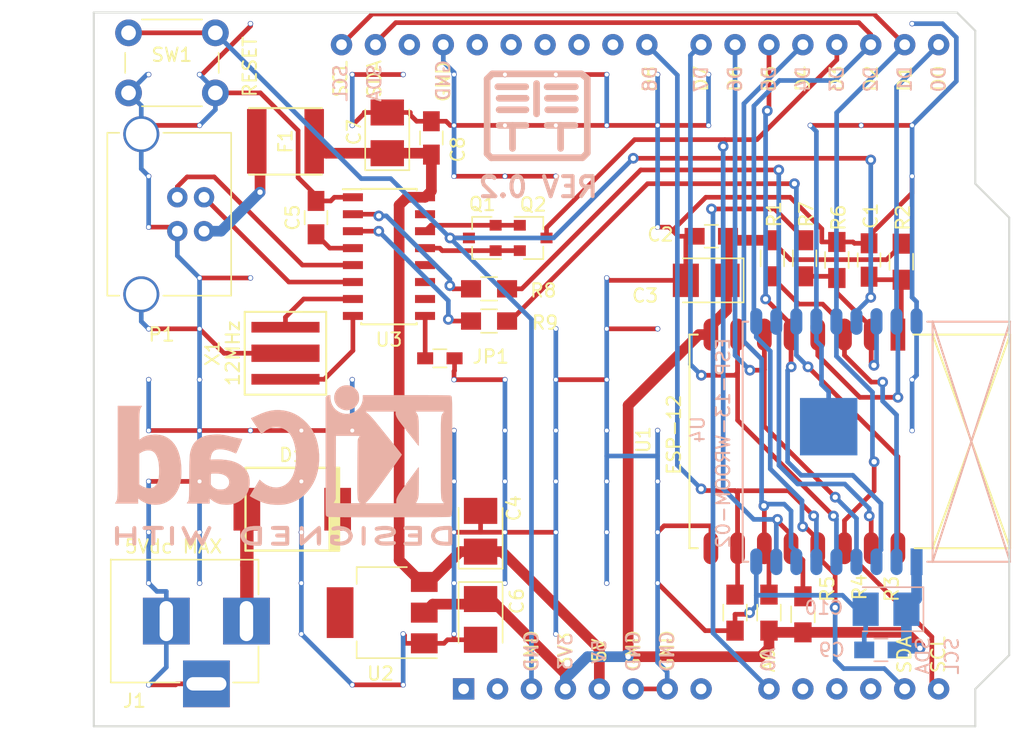
<source format=kicad_pcb>
(kicad_pcb (version 20171130) (host pcbnew "(5.1.12)-1")
  (layers (0 F.Cu signal) (31 B.Cu signal) (34 B.Paste user hide) (35 F.Paste user hide) (36 B.SilkS user hide) (37 F.SilkS user hide) (38 B.Mask user hide) (39 F.Mask user hide) (44 Edge.Cuts user))
  (net 0 "")
  (net 1 /GPIO5)
  (net 2 /GPIO4)
  (net 3 GND)
  (net 4 /A0)
  (net 5 /RX)
  (net 6 /TX)
  (net 7 /RESET)
  (net 8 +3V3)
  (net 9 "Net-(C5-Pad1)")
  (net 10 +5V)
  (net 11 "Net-(JP1-Pad2)")
  (net 12 "Net-(P1-Pad2)")
  (net 13 "Net-(F1-Pad2)")
  (net 14 "Net-(P1-Pad3)")
  (net 15 /RTS)
  (net 16 /DTR)
  (net 17 /GPIO0)
  (net 18 /EN)
  (net 19 /GPIO2)
  (net 20 /GPIO15)
  (net 21 /ADC)
  (net 22 /GPIO16)
  (net 23 /GPIO14)
  (net 24 /GPIO12)
  (net 25 /GPIO13)
  (net 26 "Net-(U3-Pad7)")
  (net 27 "Net-(U3-Pad8)")
  (net 28 "Net-(R8-Pad1)")
  (net 29 "Net-(R9-Pad1)")
  (net 30 "Net-(D1-Pad2)")
  (module w_smd_diode:do214ab (layer F.Cu) (at 125.984 116.967 180)
    (fp_text reference D1 (at 0 4.064 180) (layer F.SilkS))
    (fp_text value SS34 hide)
    (pad 2 smd rect (at 3.39852 0 180) (size 1.99898 3.19786) (layers F.Cu F.Paste F.Mask) (net 30 "Net-(D1-Pad2)"))
    (pad 1 smd rect (at -3.39852 0 180) (size 1.99898 3.19786) (layers F.Cu F.Paste F.Mask) (net 10 +5V))
  )
  (module myfootprints:ESP-13-WROOM-02 (layer B.Cu) (at 172.72 120.904 90)
    (fp_text reference U4 (at 9.906 -16.383 90) (layer B.SilkS) (effects (justify mirror)))
    (fp_text value ESP-13-WROOM-02 (at 8.89 -14.478 90) (layer B.SilkS) (effects (justify mirror)))
    (pad 10 smd oval (at 18 -12 90) (size 2 0.9) (layers B.Cu B.Paste B.Mask) (net 2 /GPIO4))
    (pad 9 smd oval (at 0 -12 90) (size 2 0.9) (layers B.Cu B.Paste B.Mask) (net 3 GND))
    (pad 1 smd rect (at 0 0 90) (size 2 0.9) (layers B.Cu B.Paste B.Mask) (net 8 +3V3))
    (pad 2 smd oval (at 0 -1.5 90) (size 2 0.9) (layers B.Cu B.Paste B.Mask) (net 18 /EN))
    (pad 3 smd oval (at 0 -3 90) (size 2 0.9) (layers B.Cu B.Paste B.Mask) (net 23 /GPIO14))
    (pad 4 smd oval (at 0 -4.5 90) (size 2 0.9) (layers B.Cu B.Paste B.Mask) (net 24 /GPIO12))
    (pad 5 smd oval (at 0 -6 90) (size 2 0.9) (layers B.Cu B.Paste B.Mask) (net 25 /GPIO13))
    (pad 6 smd oval (at 0 -7.5 90) (size 2 0.9) (layers B.Cu B.Paste B.Mask) (net 20 /GPIO15))
    (pad 7 smd oval (at 0 -9 90) (size 2 0.9) (layers B.Cu B.Paste B.Mask) (net 19 /GPIO2))
    (pad 8 smd oval (at 0 -10.5 90) (size 2 0.9) (layers B.Cu B.Paste B.Mask) (net 17 /GPIO0))
    (pad 11 smd oval (at 18 -10.5 90) (size 2 0.9) (layers B.Cu B.Paste B.Mask) (net 5 /RX))
    (pad 12 smd oval (at 18 -9 90) (size 2 0.9) (layers B.Cu B.Paste B.Mask) (net 6 /TX))
    (pad 13 smd oval (at 18 -7.5 90) (size 2 0.9) (layers B.Cu B.Paste B.Mask) (net 3 GND))
    (pad 14 smd oval (at 18 -6 90) (size 2 0.9) (layers B.Cu B.Paste B.Mask) (net 1 /GPIO5))
    (pad 15 smd oval (at 18 -4.5 90) (size 2 0.9) (layers B.Cu B.Paste B.Mask) (net 7 /RESET))
    (pad 16 smd oval (at 18 -3 90) (size 2 0.9) (layers B.Cu B.Paste B.Mask) (net 21 /ADC))
    (pad 17 smd oval (at 18 -1.5 90) (size 2 0.9) (layers B.Cu B.Paste B.Mask) (net 22 /GPIO16))
    (pad 18 smd oval (at 18 0 90) (size 2 0.9) (layers B.Cu B.Paste B.Mask) (net 3 GND))
    (pad PAD smd rect (at 10.12 -6.58 90) (size 4.3 4.3) (layers B.Cu B.Paste B.Mask) (net 3 GND))
  )
  (module myfootprints:ESP-12 (layer F.Cu) (at 171.323 103.886 270)
    (fp_text reference U1 (at 7.874 19.05 90) (layer F.SilkS))
    (fp_text value ESP-12 (at 7.493 16.764 270) (layer F.SilkS))
    (pad 16 smd oval (at 16 0 270) (size 2.4 1.1) (layers F.Cu F.Paste F.Mask) (net 6 /TX))
    (pad 15 smd oval (at 16 2 270) (size 2.4 1.1) (layers F.Cu F.Paste F.Mask) (net 5 /RX))
    (pad 14 smd oval (at 16 4 270) (size 2.4 1.1) (layers F.Cu F.Paste F.Mask) (net 1 /GPIO5))
    (pad 13 smd oval (at 16 6 270) (size 2.4 1.1) (layers F.Cu F.Paste F.Mask) (net 2 /GPIO4))
    (pad 12 smd oval (at 16 8 270) (size 2.4 1.1) (layers F.Cu F.Paste F.Mask) (net 17 /GPIO0))
    (pad 11 smd oval (at 16 10 270) (size 2.4 1.1) (layers F.Cu F.Paste F.Mask) (net 19 /GPIO2))
    (pad 10 smd oval (at 16 12 270) (size 2.4 1.1) (layers F.Cu F.Paste F.Mask) (net 20 /GPIO15))
    (pad 9 smd oval (at 16 14 270) (size 2.4 1.1) (layers F.Cu F.Paste F.Mask) (net 3 GND))
    (pad 8 smd oval (at 0 14 270) (size 2.4 1.1) (layers F.Cu F.Paste F.Mask) (net 8 +3V3))
    (pad 7 smd oval (at 0 12 270) (size 2.4 1.1) (layers F.Cu F.Paste F.Mask) (net 25 /GPIO13))
    (pad 6 smd oval (at 0 10 270) (size 2.4 1.1) (layers F.Cu F.Paste F.Mask) (net 24 /GPIO12))
    (pad 5 smd oval (at 0 8 270) (size 2.4 1.1) (layers F.Cu F.Paste F.Mask) (net 23 /GPIO14))
    (pad 4 smd oval (at 0 6 270) (size 2.4 1.1) (layers F.Cu F.Paste F.Mask) (net 22 /GPIO16))
    (pad 3 smd oval (at 0 4 270) (size 2.4 1.1) (layers F.Cu F.Paste F.Mask) (net 18 /EN))
    (pad 2 smd oval (at 0 2 270) (size 2.4 1.1) (layers F.Cu F.Paste F.Mask) (net 21 /ADC))
    (pad 1 smd rect (at 0 0 270) (size 2.4 1.1) (layers F.Cu F.Paste F.Mask) (net 7 /RESET))
  )
  (module Connectors:BARREL_JACK (layer F.Cu) (at 122.555 125.349)
    (fp_text reference J1 (at -8.382 5.969 180) (layer F.SilkS))
    (fp_text value Barrel_Jack)
    (pad 1 thru_hole rect (at 0 0) (size 3.5 3.5) (drill oval 1 3) (layers *.Cu *.Mask) (net 30 "Net-(D1-Pad2)"))
    (pad 2 thru_hole rect (at -6 0) (size 3.5 3.5) (drill oval 1 3) (layers *.Cu *.Mask) (net 3 GND))
    (pad 3 thru_hole rect (at -3 4.7) (size 3.5 3.5) (drill oval 3 1) (layers *.Cu *.Mask) (net 3 GND))
  )
  (module Modules:Arduino_UNO_R3 (layer B.Cu) (at 138.811 130.429)
    (fp_text reference A1 hide)
    (fp_text value Arduino_UNO_R3)
    (pad 32 thru_hole oval (at -9.14 -48.26 270) (size 1.6 1.6) (drill 0.8) (layers *.Cu *.Mask) (net 1 /GPIO5))
    (pad 31 thru_hole oval (at -6.6 -48.26 270) (size 1.6 1.6) (drill 0.8) (layers *.Cu *.Mask) (net 2 /GPIO4))
    (pad 1 thru_hole rect (at 0 0 270) (size 1.6 1.6) (drill 0.8) (layers *.Cu *.Mask))
    (pad 17 thru_hole oval (at 30.48 -48.26 270) (size 1.6 1.6) (drill 0.8) (layers *.Cu *.Mask) (net 2 /GPIO4))
    (pad 2 thru_hole oval (at 2.54 0 270) (size 1.6 1.6) (drill 0.8) (layers *.Cu *.Mask))
    (pad 18 thru_hole oval (at 27.94 -48.26 270) (size 1.6 1.6) (drill 0.8) (layers *.Cu *.Mask) (net 17 /GPIO0))
    (pad 3 thru_hole oval (at 5.08 0 270) (size 1.6 1.6) (drill 0.8) (layers *.Cu *.Mask) (net 7 /RESET))
    (pad 19 thru_hole oval (at 25.4 -48.26 270) (size 1.6 1.6) (drill 0.8) (layers *.Cu *.Mask) (net 19 /GPIO2))
    (pad 4 thru_hole oval (at 7.62 0 270) (size 1.6 1.6) (drill 0.8) (layers *.Cu *.Mask) (net 8 +3V3))
    (pad 20 thru_hole oval (at 22.86 -48.26 270) (size 1.6 1.6) (drill 0.8) (layers *.Cu *.Mask) (net 23 /GPIO14))
    (pad 5 thru_hole oval (at 10.16 0 270) (size 1.6 1.6) (drill 0.8) (layers *.Cu *.Mask) (net 10 +5V))
    (pad 21 thru_hole oval (at 20.32 -48.26 270) (size 1.6 1.6) (drill 0.8) (layers *.Cu *.Mask) (net 24 /GPIO12))
    (pad 6 thru_hole oval (at 12.7 0 270) (size 1.6 1.6) (drill 0.8) (layers *.Cu *.Mask) (net 3 GND))
    (pad 22 thru_hole oval (at 17.78 -48.26 270) (size 1.6 1.6) (drill 0.8) (layers *.Cu *.Mask) (net 25 /GPIO13))
    (pad 7 thru_hole oval (at 15.24 0 270) (size 1.6 1.6) (drill 0.8) (layers *.Cu *.Mask) (net 3 GND))
    (pad 23 thru_hole oval (at 13.72 -48.26 270) (size 1.6 1.6) (drill 0.8) (layers *.Cu *.Mask) (net 20 /GPIO15))
    (pad 8 thru_hole oval (at 17.78 0 270) (size 1.6 1.6) (drill 0.8) (layers *.Cu *.Mask))
    (pad 24 thru_hole oval (at 11.18 -48.26 270) (size 1.6 1.6) (drill 0.8) (layers *.Cu *.Mask))
    (pad 9 thru_hole oval (at 22.86 0 270) (size 1.6 1.6) (drill 0.8) (layers *.Cu *.Mask) (net 4 /A0))
    (pad 25 thru_hole oval (at 8.64 -48.26 270) (size 1.6 1.6) (drill 0.8) (layers *.Cu *.Mask))
    (pad 10 thru_hole oval (at 25.4 0 270) (size 1.6 1.6) (drill 0.8) (layers *.Cu *.Mask))
    (pad 26 thru_hole oval (at 6.1 -48.26 270) (size 1.6 1.6) (drill 0.8) (layers *.Cu *.Mask))
    (pad 11 thru_hole oval (at 27.94 0 270) (size 1.6 1.6) (drill 0.8) (layers *.Cu *.Mask))
    (pad 27 thru_hole oval (at 3.56 -48.26 270) (size 1.6 1.6) (drill 0.8) (layers *.Cu *.Mask))
    (pad 12 thru_hole oval (at 30.48 0 270) (size 1.6 1.6) (drill 0.8) (layers *.Cu *.Mask))
    (pad 28 thru_hole oval (at 1.02 -48.26 270) (size 1.6 1.6) (drill 0.8) (layers *.Cu *.Mask))
    (pad 13 thru_hole oval (at 33.02 0 270) (size 1.6 1.6) (drill 0.8) (layers *.Cu *.Mask) (net 2 /GPIO4))
    (pad 29 thru_hole oval (at -1.52 -48.26 270) (size 1.6 1.6) (drill 0.8) (layers *.Cu *.Mask) (net 3 GND))
    (pad 14 thru_hole oval (at 35.56 0 270) (size 1.6 1.6) (drill 0.8) (layers *.Cu *.Mask) (net 1 /GPIO5))
    (pad 30 thru_hole oval (at -4.06 -48.26 270) (size 1.6 1.6) (drill 0.8) (layers *.Cu *.Mask))
    (pad 15 thru_hole oval (at 35.56 -48.26 270) (size 1.6 1.6) (drill 0.8) (layers *.Cu *.Mask) (net 22 /GPIO16))
    (pad 16 thru_hole oval (at 33.02 -48.26 270) (size 1.6 1.6) (drill 0.8) (layers *.Cu *.Mask) (net 1 /GPIO5))
  )
  (module Connectors:USB_B (layer F.Cu) (at 119.38 96.139 180)
    (fp_text reference P1 (at 3.175 -7.747) (layer F.SilkS))
    (fp_text value USB)
    (pad 2 thru_hole circle (at 0 2.54 90) (size 1.52 1.52) (drill 0.81) (layers *.Cu *.Mask) (net 12 "Net-(P1-Pad2)"))
    (pad 1 thru_hole circle (at 0 0 90) (size 1.52 1.52) (drill 0.81) (layers *.Cu *.Mask) (net 13 "Net-(F1-Pad2)"))
    (pad 4 thru_hole circle (at 2 0 90) (size 1.52 1.52) (drill 0.81) (layers *.Cu *.Mask) (net 3 GND))
    (pad 3 thru_hole circle (at 2 2.54 90) (size 1.52 1.52) (drill 0.81) (layers *.Cu *.Mask) (net 14 "Net-(P1-Pad3)"))
    (pad 5 thru_hole circle (at 4.7 7.27 90) (size 2.7 2.7) (drill 2.3) (layers *.Cu *.Mask) (net 3 GND))
    (pad 5 thru_hole circle (at 4.7 -4.73 90) (size 2.7 2.7) (drill 2.3) (layers *.Cu *.Mask) (net 3 GND))
  )
  (module myfootprints:my_logo (layer B.Cu) (at 144.272 88.138 180)
    (fp_text reference REF**_5 hide)
    (fp_text value my_logo hide)
  )
  (module Symbols:KiCad-Logo2_12mm_SilkScreen (layer B.Cu) (at 125.349 113.665 180)
    (fp_text reference REF*** hide)
    (fp_text value KiCad-Logo2_12mm_SilkScreen hide)
  )
  (module Mounting_Holes:MountingHole_3.2mm_M3 (layer F.Cu) (at 125.095 130.429)
    (fp_text reference REF**_4 hide)
    (fp_text value MountingHole_3.2mm_M3)
    (pad 1 np_thru_hole circle (at 0 0) (size 3.2 3.2) (drill 3.2) (layers *.Cu *.Mask))
  )
  (module Mounting_Holes:MountingHole_3.2mm_M3 (layer F.Cu) (at 126.365 82.296)
    (fp_text reference REF**_3 hide)
    (fp_text value MountingHole_3.2mm_M3)
    (pad 1 np_thru_hole circle (at 0 0) (size 3.2 3.2) (drill 3.2) (layers *.Cu *.Mask))
  )
  (module Mounting_Holes:MountingHole_3.2mm_M3 (layer F.Cu) (at 177.165 97.536)
    (fp_text reference REF**_2 hide)
    (fp_text value MountingHole_3.2mm_M3)
    (pad 1 np_thru_hole circle (at 0 0) (size 3.2 3.2) (drill 3.2) (layers *.Cu *.Mask))
  )
  (module Mounting_Holes:MountingHole_3.2mm_M3 (layer F.Cu) (at 177.292 125.476)
    (fp_text reference REF** hide)
    (fp_text value MountingHole_3.2mm_M3)
    (pad 1 np_thru_hole circle (at 0 0) (size 3.2 3.2) (drill 3.2) (layers *.Cu *.Mask))
  )
  (module Capacitors_SMD:C_0805_HandSoldering (layer F.Cu) (at 169.164 98.298 270)
    (fp_text reference C1 (at -3.302 -0.127 270) (layer F.SilkS))
    (fp_text value 100n)
    (pad 2 smd rect (at 1.25 0 270) (size 1.5 1.25) (layers F.Cu F.Paste F.Mask) (net 7 /RESET))
    (pad 1 smd rect (at -1.25 0 270) (size 1.5 1.25) (layers F.Cu F.Paste F.Mask) (net 3 GND))
  )
  (module Capacitors_SMD:C_0805_HandSoldering (layer F.Cu) (at 157.353 96.52)
    (fp_text reference C2 (at -3.81 -0.127) (layer F.SilkS))
    (fp_text value 100n)
    (pad 1 smd rect (at -1.25 0) (size 1.5 1.25) (layers F.Cu F.Paste F.Mask) (net 3 GND))
    (pad 2 smd rect (at 1.25 0) (size 1.5 1.25) (layers F.Cu F.Paste F.Mask) (net 8 +3V3))
  )
  (module Capacitors_SMD:C_0805_HandSoldering (layer F.Cu) (at 127.762 95.123 90)
    (fp_text reference C5 (at 0 -1.75 90) (layer F.SilkS))
    (fp_text value 10n)
    (pad 1 smd rect (at -1.25 0 90) (size 1.5 1.25) (layers F.Cu F.Paste F.Mask) (net 9 "Net-(C5-Pad1)"))
    (pad 2 smd rect (at 1.25 0 90) (size 1.5 1.25) (layers F.Cu F.Paste F.Mask) (net 3 GND))
  )
  (module Capacitors_SMD:C_0805_HandSoldering (layer F.Cu) (at 136.398 89.154 270)
    (fp_text reference C8 (at 0.8636 -1.9812 270) (layer F.SilkS))
    (fp_text value 100n)
    (pad 2 smd rect (at 1.25 0 270) (size 1.5 1.25) (layers F.Cu F.Paste F.Mask) (net 10 +5V))
    (pad 1 smd rect (at -1.25 0 270) (size 1.5 1.25) (layers F.Cu F.Paste F.Mask) (net 3 GND))
  )
  (module Resistors_SMD:R_0603_HandSoldering (layer F.Cu) (at 137.033 105.664 180)
    (fp_text reference JP1 (at -3.81 0.127 180) (layer F.SilkS))
    (fp_text value CTS)
    (pad 1 smd rect (at -1.1 0 180) (size 1.2 0.9) (layers F.Cu F.Paste F.Mask) (net 3 GND))
    (pad 2 smd rect (at 1.1 0 180) (size 1.2 0.9) (layers F.Cu F.Paste F.Mask) (net 11 "Net-(JP1-Pad2)"))
  )
  (module TO_SOT_Packages_SMD:SOT-23 (layer F.Cu) (at 140.208 96.647 180)
    (fp_text reference Q1 (at 0 2.54 180) (layer F.SilkS))
    (fp_text value 2N2222)
    (pad 3 smd rect (at 1 0 180) (size 0.9 0.8) (layers F.Cu F.Paste F.Mask) (net 7 /RESET))
    (pad 2 smd rect (at -1 0.95 180) (size 0.9 0.8) (layers F.Cu F.Paste F.Mask) (net 15 /RTS))
    (pad 1 smd rect (at -1 -0.95 180) (size 0.9 0.8) (layers F.Cu F.Paste F.Mask) (net 16 /DTR))
  )
  (module TO_SOT_Packages_SMD:SOT-23 (layer F.Cu) (at 144.018 96.647)
    (fp_text reference Q2 (at 0 -2.5) (layer F.SilkS))
    (fp_text value 2N2222)
    (pad 1 smd rect (at -1 -0.95) (size 0.9 0.8) (layers F.Cu F.Paste F.Mask) (net 15 /RTS))
    (pad 2 smd rect (at -1 0.95) (size 0.9 0.8) (layers F.Cu F.Paste F.Mask) (net 16 /DTR))
    (pad 3 smd rect (at 1 0) (size 0.9 0.8) (layers F.Cu F.Paste F.Mask) (net 17 /GPIO0))
  )
  (module Resistors_SMD:R_0805_HandSoldering (layer F.Cu) (at 161.925 98.171 90)
    (fp_text reference R1 (at 3.302 0.127 90) (layer F.SilkS))
    (fp_text value 10K)
    (pad 1 smd rect (at -1.35 0 90) (size 1.5 1.3) (layers F.Cu F.Paste F.Mask) (net 18 /EN))
    (pad 2 smd rect (at 1.35 0 90) (size 1.5 1.3) (layers F.Cu F.Paste F.Mask) (net 8 +3V3))
  )
  (module Resistors_SMD:R_0805_HandSoldering (layer F.Cu) (at 171.577 98.425 90)
    (fp_text reference R2 (at 3.302 0.127 90) (layer F.SilkS))
    (fp_text value 10K)
    (pad 1 smd rect (at -1.35 0 90) (size 1.5 1.3) (layers F.Cu F.Paste F.Mask) (net 7 /RESET))
    (pad 2 smd rect (at 1.35 0 90) (size 1.5 1.3) (layers F.Cu F.Paste F.Mask) (net 8 +3V3))
  )
  (module Resistors_SMD:R_0805_HandSoldering (layer F.Cu) (at 164.211 124.841 270)
    (fp_text reference R3 (at -1.905 -6.6548 270) (layer F.SilkS))
    (fp_text value 10K)
    (pad 2 smd rect (at 1.35 0 270) (size 1.5 1.3) (layers F.Cu F.Paste F.Mask) (net 8 +3V3))
    (pad 1 smd rect (at -1.35 0 270) (size 1.5 1.3) (layers F.Cu F.Paste F.Mask) (net 17 /GPIO0))
  )
  (module Resistors_SMD:R_0805_HandSoldering (layer F.Cu) (at 161.671 124.714 270)
    (fp_text reference R4 (at -1.905 -6.7818 270) (layer F.SilkS))
    (fp_text value 10K)
    (pad 1 smd rect (at -1.35 0 270) (size 1.5 1.3) (layers F.Cu F.Paste F.Mask) (net 19 /GPIO2))
    (pad 2 smd rect (at 1.35 0 270) (size 1.5 1.3) (layers F.Cu F.Paste F.Mask) (net 8 +3V3))
  )
  (module Resistors_SMD:R_0805_HandSoldering (layer F.Cu) (at 159.131 124.714 270)
    (fp_text reference R5 (at -1.778 -6.9088 270) (layer F.SilkS))
    (fp_text value 10K)
    (pad 2 smd rect (at 1.35 0 270) (size 1.5 1.3) (layers F.Cu F.Paste F.Mask) (net 3 GND))
    (pad 1 smd rect (at -1.35 0 270) (size 1.5 1.3) (layers F.Cu F.Paste F.Mask) (net 20 /GPIO15))
  )
  (module Resistors_SMD:R_0805_HandSoldering (layer F.Cu) (at 166.751 98.298 90)
    (fp_text reference R6 (at 3.175 0.127 90) (layer F.SilkS))
    (fp_text value 100K)
    (pad 1 smd rect (at -1.35 0 90) (size 1.5 1.3) (layers F.Cu F.Paste F.Mask) (net 21 /ADC))
    (pad 2 smd rect (at 1.35 0 90) (size 1.5 1.3) (layers F.Cu F.Paste F.Mask) (net 3 GND))
  )
  (module Resistors_SMD:R_0805_HandSoldering (layer F.Cu) (at 164.338 98.171 270)
    (fp_text reference R7 (at -3.302 -0.127 270) (layer F.SilkS))
    (fp_text value 220K)
    (pad 2 smd rect (at 1.35 0 270) (size 1.5 1.3) (layers F.Cu F.Paste F.Mask) (net 21 /ADC))
    (pad 1 smd rect (at -1.35 0 270) (size 1.5 1.3) (layers F.Cu F.Paste F.Mask) (net 4 /A0))
  )
  (module TO_SOT_Packages_SMD:SOT-223 (layer F.Cu) (at 132.715 124.714 180)
    (fp_text reference U2 (at 0.127 -4.572 180) (layer F.SilkS))
    (fp_text value AMS1117-3.3)
    (pad 4 smd rect (at 3.15 0 180) (size 2 3.8) (layers F.Cu F.Paste F.Mask))
    (pad 2 smd rect (at -3.15 0 180) (size 2 1.5) (layers F.Cu F.Paste F.Mask) (net 8 +3V3))
    (pad 3 smd rect (at -3.15 2.3 180) (size 2 1.5) (layers F.Cu F.Paste F.Mask) (net 10 +5V))
    (pad 1 smd rect (at -3.15 -2.3 180) (size 2 1.5) (layers F.Cu F.Paste F.Mask) (net 3 GND))
  )
  (module Housings_SOIC:SOIC-16_3.9x9.9mm_Pitch1.27mm (layer F.Cu) (at 133.223 98.044)
    (fp_text reference U3 (at 0 6.223) (layer F.SilkS))
    (fp_text value CH340G)
    (pad 1 smd rect (at -2.7 -4.445) (size 1.5 0.6) (layers F.Cu F.Paste F.Mask) (net 3 GND))
    (pad 2 smd rect (at -2.7 -3.175) (size 1.5 0.6) (layers F.Cu F.Paste F.Mask) (net 28 "Net-(R8-Pad1)"))
    (pad 3 smd rect (at -2.7 -1.905) (size 1.5 0.6) (layers F.Cu F.Paste F.Mask) (net 29 "Net-(R9-Pad1)"))
    (pad 4 smd rect (at -2.7 -0.635) (size 1.5 0.6) (layers F.Cu F.Paste F.Mask) (net 9 "Net-(C5-Pad1)"))
    (pad 5 smd rect (at -2.7 0.635) (size 1.5 0.6) (layers F.Cu F.Paste F.Mask) (net 14 "Net-(P1-Pad3)"))
    (pad 6 smd rect (at -2.7 1.905) (size 1.5 0.6) (layers F.Cu F.Paste F.Mask) (net 12 "Net-(P1-Pad2)"))
    (pad 7 smd rect (at -2.7 3.175) (size 1.5 0.6) (layers F.Cu F.Paste F.Mask) (net 26 "Net-(U3-Pad7)"))
    (pad 8 smd rect (at -2.7 4.445) (size 1.5 0.6) (layers F.Cu F.Paste F.Mask) (net 27 "Net-(U3-Pad8)"))
    (pad 9 smd rect (at 2.7 4.445) (size 1.5 0.6) (layers F.Cu F.Paste F.Mask) (net 11 "Net-(JP1-Pad2)"))
    (pad 10 smd rect (at 2.7 3.175) (size 1.5 0.6) (layers F.Cu F.Paste F.Mask))
    (pad 11 smd rect (at 2.7 1.905) (size 1.5 0.6) (layers F.Cu F.Paste F.Mask))
    (pad 12 smd rect (at 2.7 0.635) (size 1.5 0.6) (layers F.Cu F.Paste F.Mask))
    (pad 13 smd rect (at 2.7 -0.635) (size 1.5 0.6) (layers F.Cu F.Paste F.Mask) (net 16 /DTR))
    (pad 14 smd rect (at 2.7 -1.905) (size 1.5 0.6) (layers F.Cu F.Paste F.Mask) (net 15 /RTS))
    (pad 15 smd rect (at 2.7 -3.175) (size 1.5 0.6) (layers F.Cu F.Paste F.Mask))
    (pad 16 smd rect (at 2.7 -4.445) (size 1.5 0.6) (layers F.Cu F.Paste F.Mask) (net 10 +5V))
  )
  (module myfootprints:ZTTCS-3 (layer F.Cu) (at 125.476 105.283 270)
    (fp_text reference X1 (at 0 5.461 270) (layer F.SilkS))
    (fp_text value 12MHz (at 0 3.937 270) (layer F.SilkS))
    (pad 1 smd rect (at -1.95 0 270) (size 0.8 5.1) (layers F.Cu F.Paste F.Mask) (net 26 "Net-(U3-Pad7)"))
    (pad 2 smd rect (at 0 0 270) (size 1.3 5.1) (layers F.Cu F.Paste F.Mask) (net 3 GND))
    (pad 3 smd rect (at 1.95 0 270) (size 0.8 5.1) (layers F.Cu F.Paste F.Mask) (net 27 "Net-(U3-Pad8)"))
  )
  (module Buttons_Switches_THT:SW_PUSH_6mm (layer F.Cu) (at 113.728 81.28)
    (fp_text reference SW1 (at 3.2385 1.651) (layer F.SilkS))
    (fp_text value RESET (at 9.0805 2.54 90) (layer F.SilkS))
    (pad 2 thru_hole circle (at 0 4.5 90) (size 2 2) (drill 1.1) (layers *.Cu *.Mask) (net 3 GND))
    (pad 1 thru_hole circle (at 0 0 90) (size 2 2) (drill 1.1) (layers *.Cu *.Mask) (net 7 /RESET))
    (pad 2 thru_hole circle (at 6.5 4.5 90) (size 2 2) (drill 1.1) (layers *.Cu *.Mask) (net 3 GND))
    (pad 1 thru_hole circle (at 6.5 0 90) (size 2 2) (drill 1.1) (layers *.Cu *.Mask) (net 7 /RESET))
  )
  (module Capacitors_Tantalum_SMD:CP_Tantalum_Case-B_EIA-3528-21_Reflow (layer F.Cu) (at 156.972 99.822 180)
    (fp_text reference C3 (at 4.572 -1.143 180) (layer F.SilkS))
    (fp_text value 10u)
    (pad 1 smd rect (at -1.525 0 180) (size 1.95 2.5) (layers F.Cu F.Paste F.Mask) (net 8 +3V3))
    (pad 2 smd rect (at 1.525 0 180) (size 1.95 2.5) (layers F.Cu F.Paste F.Mask) (net 3 GND))
  )
  (module Capacitors_Tantalum_SMD:CP_Tantalum_Case-B_EIA-3528-21_Reflow (layer F.Cu) (at 140.081 118.618 90)
    (fp_text reference C4 (at 1.7272 2.4892 90) (layer F.SilkS))
    (fp_text value 22u)
    (pad 2 smd rect (at 1.525 0 90) (size 1.95 2.5) (layers F.Cu F.Paste F.Mask) (net 3 GND))
    (pad 1 smd rect (at -1.525 0 90) (size 1.95 2.5) (layers F.Cu F.Paste F.Mask) (net 10 +5V))
  )
  (module Capacitors_Tantalum_SMD:CP_Tantalum_Case-B_EIA-3528-21_Reflow (layer F.Cu) (at 140.081 125.222 270)
    (fp_text reference C6 (at -1.3716 -2.7178 270) (layer F.SilkS))
    (fp_text value 22u)
    (pad 2 smd rect (at 1.525 0 270) (size 1.95 2.5) (layers F.Cu F.Paste F.Mask) (net 3 GND))
    (pad 1 smd rect (at -1.525 0 270) (size 1.95 2.5) (layers F.Cu F.Paste F.Mask) (net 8 +3V3))
  )
  (module Capacitors_Tantalum_SMD:CP_Tantalum_Case-B_EIA-3528-21_Reflow (layer F.Cu) (at 133.096 88.773 90)
    (fp_text reference C7 (at 0.0508 -2.4892 90) (layer F.SilkS))
    (fp_text value 10u)
    (pad 1 smd rect (at -1.525 0 90) (size 1.95 2.5) (layers F.Cu F.Paste F.Mask) (net 10 +5V))
    (pad 2 smd rect (at 1.525 0 90) (size 1.95 2.5) (layers F.Cu F.Paste F.Mask) (net 3 GND))
  )
  (module myfootprints:mf-smdf050 (layer F.Cu) (at 125.476 89.408 90)
    (fp_text reference F1 (at 0 0 90) (layer F.SilkS))
    (fp_text value MF-SMDF050)
    (pad 1 smd rect (at 0 2.15 90) (size 4.84 1.46) (layers F.Cu F.Paste F.Mask) (net 10 +5V))
    (pad 2 smd rect (at 0 -2.15 90) (size 4.84 1.46) (layers F.Cu F.Paste F.Mask) (net 13 "Net-(F1-Pad2)"))
  )
  (module Resistors_SMD:R_0805_HandSoldering (layer F.Cu) (at 140.716 100.457)
    (fp_text reference R8 (at 4.064 0.127) (layer F.SilkS))
    (fp_text value 470)
    (pad 2 smd rect (at 1.35 0) (size 1.5 1.3) (layers F.Cu F.Paste F.Mask) (net 5 /RX))
    (pad 1 smd rect (at -1.35 0) (size 1.5 1.3) (layers F.Cu F.Paste F.Mask) (net 28 "Net-(R8-Pad1)"))
  )
  (module Resistors_SMD:R_0805_HandSoldering (layer F.Cu) (at 140.716 102.87)
    (fp_text reference R9 (at 4.191 0.127) (layer F.SilkS))
    (fp_text value 470)
    (pad 1 smd rect (at -1.35 0) (size 1.5 1.3) (layers F.Cu F.Paste F.Mask) (net 29 "Net-(R9-Pad1)"))
    (pad 2 smd rect (at 1.35 0) (size 1.5 1.3) (layers F.Cu F.Paste F.Mask) (net 6 /TX))
  )
  (module Capacitors_SMD:C_0805_HandSoldering (layer B.Cu) (at 170.053 127.508)
    (fp_text reference C9 (at -3.683 0) (layer B.SilkS) (effects (justify mirror)))
    (fp_text value 100n)
    (pad 1 smd rect (at -1.25 0) (size 1.5 1.25) (layers B.Cu B.Paste B.Mask) (net 3 GND))
    (pad 2 smd rect (at 1.25 0) (size 1.5 1.25) (layers B.Cu B.Paste B.Mask) (net 8 +3V3))
  )
  (module Capacitors_Tantalum_SMD:CP_Tantalum_Case-B_EIA-3528-21_Reflow (layer B.Cu) (at 170.434 124.46 180)
    (fp_text reference C10 (at 4.650999 0.1105 180) (layer B.SilkS) (effects (justify mirror)))
    (fp_text value 10u)
    (pad 1 smd rect (at -1.525 0 180) (size 1.95 2.5) (layers B.Cu B.Paste B.Mask) (net 8 +3V3))
    (pad 2 smd rect (at 1.525 0 180) (size 1.95 2.5) (layers B.Cu B.Paste B.Mask) (net 3 GND))
  )
  (module VIA_MATRIX (layer F.Cu) (at 122.855 80.5945)
    (fp_text reference V5_1 hide)
    (fp_text value AUTO_VIA hide)
    (pad 1 thru_hole circle (at 0 0) (size 0.4 0.4) (drill 0.3) (layers *.Cu) (net 3 GND) (clearance 0.3))
  )
  (module VIA_MATRIX (layer F.Cu) (at 172.385 80.5945)
    (fp_text reference V18_1 hide)
    (fp_text value AUTO_VIA hide)
    (pad 1 thru_hole circle (at 0 0) (size 0.4 0.4) (drill 0.3) (layers *.Cu) (net 3 GND) (clearance 0.3))
  )
  (module VIA_MATRIX (layer F.Cu) (at 115.235 84.4045)
    (fp_text reference V3_2 hide)
    (fp_text value AUTO_VIA hide)
    (pad 1 thru_hole circle (at 0 0) (size 0.4 0.4) (drill 0.3) (layers *.Cu) (net 3 GND) (clearance 0.3))
  )
  (module VIA_MATRIX (layer F.Cu) (at 119.045 84.4045)
    (fp_text reference V4_2 hide)
    (fp_text value AUTO_VIA hide)
    (pad 1 thru_hole circle (at 0 0) (size 0.4 0.4) (drill 0.3) (layers *.Cu) (net 3 GND) (clearance 0.3))
  )
  (module VIA_MATRIX (layer F.Cu) (at 130.475 84.4045)
    (fp_text reference V7_2 hide)
    (fp_text value AUTO_VIA hide)
    (pad 1 thru_hole circle (at 0 0) (size 0.4 0.4) (drill 0.3) (layers *.Cu) (net 3 GND) (clearance 0.3))
  )
  (module VIA_MATRIX (layer F.Cu) (at 134.285 84.4045)
    (fp_text reference V8_2 hide)
    (fp_text value AUTO_VIA hide)
    (pad 1 thru_hole circle (at 0 0) (size 0.4 0.4) (drill 0.3) (layers *.Cu) (net 3 GND) (clearance 0.3))
  )
  (module VIA_MATRIX (layer F.Cu) (at 138.095 84.4045)
    (fp_text reference V9_2 hide)
    (fp_text value AUTO_VIA hide)
    (pad 1 thru_hole circle (at 0 0) (size 0.4 0.4) (drill 0.3) (layers *.Cu) (net 3 GND) (clearance 0.3))
  )
  (module VIA_MATRIX (layer F.Cu) (at 141.905 84.4045)
    (fp_text reference V10_2 hide)
    (fp_text value AUTO_VIA hide)
    (pad 1 thru_hole circle (at 0 0) (size 0.4 0.4) (drill 0.3) (layers *.Cu) (net 3 GND) (clearance 0.3))
  )
  (module VIA_MATRIX (layer F.Cu) (at 145.715 84.4045)
    (fp_text reference V11_2 hide)
    (fp_text value AUTO_VIA hide)
    (pad 1 thru_hole circle (at 0 0) (size 0.4 0.4) (drill 0.3) (layers *.Cu) (net 3 GND) (clearance 0.3))
  )
  (module VIA_MATRIX (layer F.Cu) (at 149.525 84.4045)
    (fp_text reference V12_2 hide)
    (fp_text value AUTO_VIA hide)
    (pad 1 thru_hole circle (at 0 0) (size 0.4 0.4) (drill 0.3) (layers *.Cu) (net 3 GND) (clearance 0.3))
  )
  (module VIA_MATRIX (layer F.Cu) (at 153.335 84.4045)
    (fp_text reference V13_2 hide)
    (fp_text value AUTO_VIA hide)
    (pad 1 thru_hole circle (at 0 0) (size 0.4 0.4) (drill 0.3) (layers *.Cu) (net 3 GND) (clearance 0.3))
  )
  (module VIA_MATRIX (layer F.Cu) (at 157.145 84.4045)
    (fp_text reference V14_2 hide)
    (fp_text value AUTO_VIA hide)
    (pad 1 thru_hole circle (at 0 0) (size 0.4 0.4) (drill 0.3) (layers *.Cu) (net 3 GND) (clearance 0.3))
  )
  (module VIA_MATRIX (layer F.Cu) (at 119.045 88.2145)
    (fp_text reference V4_3 hide)
    (fp_text value AUTO_VIA hide)
    (pad 1 thru_hole circle (at 0 0) (size 0.4 0.4) (drill 0.3) (layers *.Cu) (net 3 GND) (clearance 0.3))
  )
  (module VIA_MATRIX (layer F.Cu) (at 130.475 88.2145)
    (fp_text reference V7_3 hide)
    (fp_text value AUTO_VIA hide)
    (pad 1 thru_hole circle (at 0 0) (size 0.4 0.4) (drill 0.3) (layers *.Cu) (net 3 GND) (clearance 0.3))
  )
  (module VIA_MATRIX (layer F.Cu) (at 138.095 88.2145)
    (fp_text reference V9_3 hide)
    (fp_text value AUTO_VIA hide)
    (pad 1 thru_hole circle (at 0 0) (size 0.4 0.4) (drill 0.3) (layers *.Cu) (net 3 GND) (clearance 0.3))
  )
  (module VIA_MATRIX (layer F.Cu) (at 141.905 88.2145)
    (fp_text reference V10_3 hide)
    (fp_text value AUTO_VIA hide)
    (pad 1 thru_hole circle (at 0 0) (size 0.4 0.4) (drill 0.3) (layers *.Cu) (net 3 GND) (clearance 0.3))
  )
  (module VIA_MATRIX (layer F.Cu) (at 145.715 88.2145)
    (fp_text reference V11_3 hide)
    (fp_text value AUTO_VIA hide)
    (pad 1 thru_hole circle (at 0 0) (size 0.4 0.4) (drill 0.3) (layers *.Cu) (net 3 GND) (clearance 0.3))
  )
  (module VIA_MATRIX (layer F.Cu) (at 149.525 88.2145)
    (fp_text reference V12_3 hide)
    (fp_text value AUTO_VIA hide)
    (pad 1 thru_hole circle (at 0 0) (size 0.4 0.4) (drill 0.3) (layers *.Cu) (net 3 GND) (clearance 0.3))
  )
  (module VIA_MATRIX (layer F.Cu) (at 153.335 88.2145)
    (fp_text reference V13_3 hide)
    (fp_text value AUTO_VIA hide)
    (pad 1 thru_hole circle (at 0 0) (size 0.4 0.4) (drill 0.3) (layers *.Cu) (net 3 GND) (clearance 0.3))
  )
  (module VIA_MATRIX (layer F.Cu) (at 157.145 88.2145)
    (fp_text reference V14_3 hide)
    (fp_text value AUTO_VIA hide)
    (pad 1 thru_hole circle (at 0 0) (size 0.4 0.4) (drill 0.3) (layers *.Cu) (net 3 GND) (clearance 0.3))
  )
  (module VIA_MATRIX (layer F.Cu) (at 164.765 88.2145)
    (fp_text reference V16_3 hide)
    (fp_text value AUTO_VIA hide)
    (pad 1 thru_hole circle (at 0 0) (size 0.4 0.4) (drill 0.3) (layers *.Cu) (net 3 GND) (clearance 0.3))
  )
  (module VIA_MATRIX (layer F.Cu) (at 168.575 88.2145)
    (fp_text reference V17_3 hide)
    (fp_text value AUTO_VIA hide)
    (pad 1 thru_hole circle (at 0 0) (size 0.4 0.4) (drill 0.3) (layers *.Cu) (net 3 GND) (clearance 0.3))
  )
  (module VIA_MATRIX (layer F.Cu) (at 172.385 88.2145)
    (fp_text reference V18_3 hide)
    (fp_text value AUTO_VIA hide)
    (pad 1 thru_hole circle (at 0 0) (size 0.4 0.4) (drill 0.3) (layers *.Cu) (net 3 GND) (clearance 0.3))
  )
  (module VIA_MATRIX (layer F.Cu) (at 115.235 92.0245)
    (fp_text reference V3_4 hide)
    (fp_text value AUTO_VIA hide)
    (pad 1 thru_hole circle (at 0 0) (size 0.4 0.4) (drill 0.3) (layers *.Cu) (net 3 GND) (clearance 0.3))
  )
  (module VIA_MATRIX (layer F.Cu) (at 138.095 92.0245)
    (fp_text reference V9_4 hide)
    (fp_text value AUTO_VIA hide)
    (pad 1 thru_hole circle (at 0 0) (size 0.4 0.4) (drill 0.3) (layers *.Cu) (net 3 GND) (clearance 0.3))
  )
  (module VIA_MATRIX (layer F.Cu) (at 141.905 92.0245)
    (fp_text reference V10_4 hide)
    (fp_text value AUTO_VIA hide)
    (pad 1 thru_hole circle (at 0 0) (size 0.4 0.4) (drill 0.3) (layers *.Cu) (net 3 GND) (clearance 0.3))
  )
  (module VIA_MATRIX (layer F.Cu) (at 145.715 92.0245)
    (fp_text reference V11_4 hide)
    (fp_text value AUTO_VIA hide)
    (pad 1 thru_hole circle (at 0 0) (size 0.4 0.4) (drill 0.3) (layers *.Cu) (net 3 GND) (clearance 0.3))
  )
  (module VIA_MATRIX (layer F.Cu) (at 172.385 92.0245)
    (fp_text reference V18_4 hide)
    (fp_text value AUTO_VIA hide)
    (pad 1 thru_hole circle (at 0 0) (size 0.4 0.4) (drill 0.3) (layers *.Cu) (net 3 GND) (clearance 0.3))
  )
  (module VIA_MATRIX (layer F.Cu) (at 115.235 95.8345)
    (fp_text reference V3_5 hide)
    (fp_text value AUTO_VIA hide)
    (pad 1 thru_hole circle (at 0 0) (size 0.4 0.4) (drill 0.3) (layers *.Cu) (net 3 GND) (clearance 0.3))
  )
  (module VIA_MATRIX (layer F.Cu) (at 153.335 95.8345)
    (fp_text reference V13_5 hide)
    (fp_text value AUTO_VIA hide)
    (pad 1 thru_hole circle (at 0 0) (size 0.4 0.4) (drill 0.3) (layers *.Cu) (net 3 GND) (clearance 0.3))
  )
  (module VIA_MATRIX (layer F.Cu) (at 119.045 99.6445)
    (fp_text reference V4_6 hide)
    (fp_text value AUTO_VIA hide)
    (pad 1 thru_hole circle (at 0 0) (size 0.4 0.4) (drill 0.3) (layers *.Cu) (net 3 GND) (clearance 0.3))
  )
  (module VIA_MATRIX (layer F.Cu) (at 122.855 99.6445)
    (fp_text reference V5_6 hide)
    (fp_text value AUTO_VIA hide)
    (pad 1 thru_hole circle (at 0 0) (size 0.4 0.4) (drill 0.3) (layers *.Cu) (net 3 GND) (clearance 0.3))
  )
  (module VIA_MATRIX (layer F.Cu) (at 149.525 99.6445)
    (fp_text reference V12_6 hide)
    (fp_text value AUTO_VIA hide)
    (pad 1 thru_hole circle (at 0 0) (size 0.4 0.4) (drill 0.3) (layers *.Cu) (net 3 GND) (clearance 0.3))
  )
  (module VIA_MATRIX (layer F.Cu) (at 115.235 103.454)
    (fp_text reference V3_7 hide)
    (fp_text value AUTO_VIA hide)
    (pad 1 thru_hole circle (at 0 0) (size 0.4 0.4) (drill 0.3) (layers *.Cu) (net 3 GND) (clearance 0.3))
  )
  (module VIA_MATRIX (layer F.Cu) (at 119.045 103.454)
    (fp_text reference V4_7 hide)
    (fp_text value AUTO_VIA hide)
    (pad 1 thru_hole circle (at 0 0) (size 0.4 0.4) (drill 0.3) (layers *.Cu) (net 3 GND) (clearance 0.3))
  )
  (module VIA_MATRIX (layer F.Cu) (at 145.715 103.454)
    (fp_text reference V11_7 hide)
    (fp_text value AUTO_VIA hide)
    (pad 1 thru_hole circle (at 0 0) (size 0.4 0.4) (drill 0.3) (layers *.Cu) (net 3 GND) (clearance 0.3))
  )
  (module VIA_MATRIX (layer F.Cu) (at 149.525 103.454)
    (fp_text reference V12_7 hide)
    (fp_text value AUTO_VIA hide)
    (pad 1 thru_hole circle (at 0 0) (size 0.4 0.4) (drill 0.3) (layers *.Cu) (net 3 GND) (clearance 0.3))
  )
  (module VIA_MATRIX (layer F.Cu) (at 153.335 103.454)
    (fp_text reference V13_7 hide)
    (fp_text value AUTO_VIA hide)
    (pad 1 thru_hole circle (at 0 0) (size 0.4 0.4) (drill 0.3) (layers *.Cu) (net 3 GND) (clearance 0.3))
  )
  (module VIA_MATRIX (layer F.Cu) (at 115.235 107.264)
    (fp_text reference V3_8 hide)
    (fp_text value AUTO_VIA hide)
    (pad 1 thru_hole circle (at 0 0) (size 0.4 0.4) (drill 0.3) (layers *.Cu) (net 3 GND) (clearance 0.3))
  )
  (module VIA_MATRIX (layer F.Cu) (at 119.045 107.264)
    (fp_text reference V4_8 hide)
    (fp_text value AUTO_VIA hide)
    (pad 1 thru_hole circle (at 0 0) (size 0.4 0.4) (drill 0.3) (layers *.Cu) (net 3 GND) (clearance 0.3))
  )
  (module VIA_MATRIX (layer F.Cu) (at 130.475 107.264)
    (fp_text reference V7_8 hide)
    (fp_text value AUTO_VIA hide)
    (pad 1 thru_hole circle (at 0 0) (size 0.4 0.4) (drill 0.3) (layers *.Cu) (net 3 GND) (clearance 0.3))
  )
  (module VIA_MATRIX (layer F.Cu) (at 138.095 107.264)
    (fp_text reference V9_8 hide)
    (fp_text value AUTO_VIA hide)
    (pad 1 thru_hole circle (at 0 0) (size 0.4 0.4) (drill 0.3) (layers *.Cu) (net 3 GND) (clearance 0.3))
  )
  (module VIA_MATRIX (layer F.Cu) (at 141.905 107.264)
    (fp_text reference V10_8 hide)
    (fp_text value AUTO_VIA hide)
    (pad 1 thru_hole circle (at 0 0) (size 0.4 0.4) (drill 0.3) (layers *.Cu) (net 3 GND) (clearance 0.3))
  )
  (module VIA_MATRIX (layer F.Cu) (at 145.715 107.264)
    (fp_text reference V11_8 hide)
    (fp_text value AUTO_VIA hide)
    (pad 1 thru_hole circle (at 0 0) (size 0.4 0.4) (drill 0.3) (layers *.Cu) (net 3 GND) (clearance 0.3))
  )
  (module VIA_MATRIX (layer F.Cu) (at 149.525 107.264)
    (fp_text reference V12_8 hide)
    (fp_text value AUTO_VIA hide)
    (pad 1 thru_hole circle (at 0 0) (size 0.4 0.4) (drill 0.3) (layers *.Cu) (net 3 GND) (clearance 0.3))
  )
  (module VIA_MATRIX (layer F.Cu) (at 172.385 107.264)
    (fp_text reference V18_8 hide)
    (fp_text value AUTO_VIA hide)
    (pad 1 thru_hole circle (at 0 0) (size 0.4 0.4) (drill 0.3) (layers *.Cu) (net 3 GND) (clearance 0.3))
  )
  (module VIA_MATRIX (layer F.Cu) (at 115.235 111.074)
    (fp_text reference V3_9 hide)
    (fp_text value AUTO_VIA hide)
    (pad 1 thru_hole circle (at 0 0) (size 0.4 0.4) (drill 0.3) (layers *.Cu) (net 3 GND) (clearance 0.3))
  )
  (module VIA_MATRIX (layer F.Cu) (at 119.045 111.074)
    (fp_text reference V4_9 hide)
    (fp_text value AUTO_VIA hide)
    (pad 1 thru_hole circle (at 0 0) (size 0.4 0.4) (drill 0.3) (layers *.Cu) (net 3 GND) (clearance 0.3))
  )
  (module VIA_MATRIX (layer F.Cu) (at 122.855 111.074)
    (fp_text reference V5_9 hide)
    (fp_text value AUTO_VIA hide)
    (pad 1 thru_hole circle (at 0 0) (size 0.4 0.4) (drill 0.3) (layers *.Cu) (net 3 GND) (clearance 0.3))
  )
  (module VIA_MATRIX (layer F.Cu) (at 126.665 111.074)
    (fp_text reference V6_9 hide)
    (fp_text value AUTO_VIA hide)
    (pad 1 thru_hole circle (at 0 0) (size 0.4 0.4) (drill 0.3) (layers *.Cu) (net 3 GND) (clearance 0.3))
  )
  (module VIA_MATRIX (layer F.Cu) (at 130.475 111.074)
    (fp_text reference V7_9 hide)
    (fp_text value AUTO_VIA hide)
    (pad 1 thru_hole circle (at 0 0) (size 0.4 0.4) (drill 0.3) (layers *.Cu) (net 3 GND) (clearance 0.3))
  )
  (module VIA_MATRIX (layer F.Cu) (at 138.095 111.074)
    (fp_text reference V9_9 hide)
    (fp_text value AUTO_VIA hide)
    (pad 1 thru_hole circle (at 0 0) (size 0.4 0.4) (drill 0.3) (layers *.Cu) (net 3 GND) (clearance 0.3))
  )
  (module VIA_MATRIX (layer F.Cu) (at 141.905 111.074)
    (fp_text reference V10_9 hide)
    (fp_text value AUTO_VIA hide)
    (pad 1 thru_hole circle (at 0 0) (size 0.4 0.4) (drill 0.3) (layers *.Cu) (net 3 GND) (clearance 0.3))
  )
  (module VIA_MATRIX (layer F.Cu) (at 145.715 111.074)
    (fp_text reference V11_9 hide)
    (fp_text value AUTO_VIA hide)
    (pad 1 thru_hole circle (at 0 0) (size 0.4 0.4) (drill 0.3) (layers *.Cu) (net 3 GND) (clearance 0.3))
  )
  (module VIA_MATRIX (layer F.Cu) (at 149.525 111.074)
    (fp_text reference V12_9 hide)
    (fp_text value AUTO_VIA hide)
    (pad 1 thru_hole circle (at 0 0) (size 0.4 0.4) (drill 0.3) (layers *.Cu) (net 3 GND) (clearance 0.3))
  )
  (module VIA_MATRIX (layer F.Cu) (at 153.335 111.074)
    (fp_text reference V13_9 hide)
    (fp_text value AUTO_VIA hide)
    (pad 1 thru_hole circle (at 0 0) (size 0.4 0.4) (drill 0.3) (layers *.Cu) (net 3 GND) (clearance 0.3))
  )
  (module VIA_MATRIX (layer F.Cu) (at 172.385 111.074)
    (fp_text reference V18_9 hide)
    (fp_text value AUTO_VIA hide)
    (pad 1 thru_hole circle (at 0 0) (size 0.4 0.4) (drill 0.3) (layers *.Cu) (net 3 GND) (clearance 0.3))
  )
  (module VIA_MATRIX (layer F.Cu) (at 115.235 114.884)
    (fp_text reference V3_10 hide)
    (fp_text value AUTO_VIA hide)
    (pad 1 thru_hole circle (at 0 0) (size 0.4 0.4) (drill 0.3) (layers *.Cu) (net 3 GND) (clearance 0.3))
  )
  (module VIA_MATRIX (layer F.Cu) (at 119.045 114.884)
    (fp_text reference V4_10 hide)
    (fp_text value AUTO_VIA hide)
    (pad 1 thru_hole circle (at 0 0) (size 0.4 0.4) (drill 0.3) (layers *.Cu) (net 3 GND) (clearance 0.3))
  )
  (module VIA_MATRIX (layer F.Cu) (at 126.665 114.884)
    (fp_text reference V6_10 hide)
    (fp_text value AUTO_VIA hide)
    (pad 1 thru_hole circle (at 0 0) (size 0.4 0.4) (drill 0.3) (layers *.Cu) (net 3 GND) (clearance 0.3))
  )
  (module VIA_MATRIX (layer F.Cu) (at 138.095 114.884)
    (fp_text reference V9_10 hide)
    (fp_text value AUTO_VIA hide)
    (pad 1 thru_hole circle (at 0 0) (size 0.4 0.4) (drill 0.3) (layers *.Cu) (net 3 GND) (clearance 0.3))
  )
  (module VIA_MATRIX (layer F.Cu) (at 141.905 114.884)
    (fp_text reference V10_10 hide)
    (fp_text value AUTO_VIA hide)
    (pad 1 thru_hole circle (at 0 0) (size 0.4 0.4) (drill 0.3) (layers *.Cu) (net 3 GND) (clearance 0.3))
  )
  (module VIA_MATRIX (layer F.Cu) (at 145.715 114.884)
    (fp_text reference V11_10 hide)
    (fp_text value AUTO_VIA hide)
    (pad 1 thru_hole circle (at 0 0) (size 0.4 0.4) (drill 0.3) (layers *.Cu) (net 3 GND) (clearance 0.3))
  )
  (module VIA_MATRIX (layer F.Cu) (at 149.525 114.884)
    (fp_text reference V12_10 hide)
    (fp_text value AUTO_VIA hide)
    (pad 1 thru_hole circle (at 0 0) (size 0.4 0.4) (drill 0.3) (layers *.Cu) (net 3 GND) (clearance 0.3))
  )
  (module VIA_MATRIX (layer F.Cu) (at 153.335 114.884)
    (fp_text reference V13_10 hide)
    (fp_text value AUTO_VIA hide)
    (pad 1 thru_hole circle (at 0 0) (size 0.4 0.4) (drill 0.3) (layers *.Cu) (net 3 GND) (clearance 0.3))
  )
  (module VIA_MATRIX (layer F.Cu) (at 115.235 118.694)
    (fp_text reference V3_11 hide)
    (fp_text value AUTO_VIA hide)
    (pad 1 thru_hole circle (at 0 0) (size 0.4 0.4) (drill 0.3) (layers *.Cu) (net 3 GND) (clearance 0.3))
  )
  (module VIA_MATRIX (layer F.Cu) (at 119.045 118.694)
    (fp_text reference V4_11 hide)
    (fp_text value AUTO_VIA hide)
    (pad 1 thru_hole circle (at 0 0) (size 0.4 0.4) (drill 0.3) (layers *.Cu) (net 3 GND) (clearance 0.3))
  )
  (module VIA_MATRIX (layer F.Cu) (at 126.665 118.694)
    (fp_text reference V6_11 hide)
    (fp_text value AUTO_VIA hide)
    (pad 1 thru_hole circle (at 0 0) (size 0.4 0.4) (drill 0.3) (layers *.Cu) (net 3 GND) (clearance 0.3))
  )
  (module VIA_MATRIX (layer F.Cu) (at 138.095 118.694)
    (fp_text reference V9_11 hide)
    (fp_text value AUTO_VIA hide)
    (pad 1 thru_hole circle (at 0 0) (size 0.4 0.4) (drill 0.3) (layers *.Cu) (net 3 GND) (clearance 0.3))
  )
  (module VIA_MATRIX (layer F.Cu) (at 141.905 118.694)
    (fp_text reference V10_11 hide)
    (fp_text value AUTO_VIA hide)
    (pad 1 thru_hole circle (at 0 0) (size 0.4 0.4) (drill 0.3) (layers *.Cu) (net 3 GND) (clearance 0.3))
  )
  (module VIA_MATRIX (layer F.Cu) (at 145.715 118.694)
    (fp_text reference V11_11 hide)
    (fp_text value AUTO_VIA hide)
    (pad 1 thru_hole circle (at 0 0) (size 0.4 0.4) (drill 0.3) (layers *.Cu) (net 3 GND) (clearance 0.3))
  )
  (module VIA_MATRIX (layer F.Cu) (at 149.525 118.694)
    (fp_text reference V12_11 hide)
    (fp_text value AUTO_VIA hide)
    (pad 1 thru_hole circle (at 0 0) (size 0.4 0.4) (drill 0.3) (layers *.Cu) (net 3 GND) (clearance 0.3))
  )
  (module VIA_MATRIX (layer F.Cu) (at 153.335 118.694)
    (fp_text reference V13_11 hide)
    (fp_text value AUTO_VIA hide)
    (pad 1 thru_hole circle (at 0 0) (size 0.4 0.4) (drill 0.3) (layers *.Cu) (net 3 GND) (clearance 0.3))
  )
  (module VIA_MATRIX (layer F.Cu) (at 115.235 122.504)
    (fp_text reference V3_12 hide)
    (fp_text value AUTO_VIA hide)
    (pad 1 thru_hole circle (at 0 0) (size 0.4 0.4) (drill 0.3) (layers *.Cu) (net 3 GND) (clearance 0.3))
  )
  (module VIA_MATRIX (layer F.Cu) (at 119.045 122.504)
    (fp_text reference V4_12 hide)
    (fp_text value AUTO_VIA hide)
    (pad 1 thru_hole circle (at 0 0) (size 0.4 0.4) (drill 0.3) (layers *.Cu) (net 3 GND) (clearance 0.3))
  )
  (module VIA_MATRIX (layer F.Cu) (at 126.665 122.504)
    (fp_text reference V6_12 hide)
    (fp_text value AUTO_VIA hide)
    (pad 1 thru_hole circle (at 0 0) (size 0.4 0.4) (drill 0.3) (layers *.Cu) (net 3 GND) (clearance 0.3))
  )
  (module VIA_MATRIX (layer F.Cu) (at 138.095 122.504)
    (fp_text reference V9_12 hide)
    (fp_text value AUTO_VIA hide)
    (pad 1 thru_hole circle (at 0 0) (size 0.4 0.4) (drill 0.3) (layers *.Cu) (net 3 GND) (clearance 0.3))
  )
  (module VIA_MATRIX (layer F.Cu) (at 141.905 122.504)
    (fp_text reference V10_12 hide)
    (fp_text value AUTO_VIA hide)
    (pad 1 thru_hole circle (at 0 0) (size 0.4 0.4) (drill 0.3) (layers *.Cu) (net 3 GND) (clearance 0.3))
  )
  (module VIA_MATRIX (layer F.Cu) (at 149.525 122.504)
    (fp_text reference V12_12 hide)
    (fp_text value AUTO_VIA hide)
    (pad 1 thru_hole circle (at 0 0) (size 0.4 0.4) (drill 0.3) (layers *.Cu) (net 3 GND) (clearance 0.3))
  )
  (module VIA_MATRIX (layer F.Cu) (at 153.335 122.504)
    (fp_text reference V13_12 hide)
    (fp_text value AUTO_VIA hide)
    (pad 1 thru_hole circle (at 0 0) (size 0.4 0.4) (drill 0.3) (layers *.Cu) (net 3 GND) (clearance 0.3))
  )
  (module VIA_MATRIX (layer F.Cu) (at 126.665 126.314)
    (fp_text reference V6_13 hide)
    (fp_text value AUTO_VIA hide)
    (pad 1 thru_hole circle (at 0 0) (size 0.4 0.4) (drill 0.3) (layers *.Cu) (net 3 GND) (clearance 0.3))
  )
  (module VIA_MATRIX (layer F.Cu) (at 134.285 126.314)
    (fp_text reference V8_13 hide)
    (fp_text value AUTO_VIA hide)
    (pad 1 thru_hole circle (at 0 0) (size 0.4 0.4) (drill 0.3) (layers *.Cu) (net 3 GND) (clearance 0.3))
  )
  (module VIA_MATRIX (layer F.Cu) (at 138.095 126.314)
    (fp_text reference V9_13 hide)
    (fp_text value AUTO_VIA hide)
    (pad 1 thru_hole circle (at 0 0) (size 0.4 0.4) (drill 0.3) (layers *.Cu) (net 3 GND) (clearance 0.3))
  )
  (module VIA_MATRIX (layer F.Cu) (at 145.715 126.314)
    (fp_text reference V11_13 hide)
    (fp_text value AUTO_VIA hide)
    (pad 1 thru_hole circle (at 0 0) (size 0.4 0.4) (drill 0.3) (layers *.Cu) (net 3 GND) (clearance 0.3))
  )
  (module VIA_MATRIX (layer F.Cu) (at 115.235 130.124)
    (fp_text reference V3_14 hide)
    (fp_text value AUTO_VIA hide)
    (pad 1 thru_hole circle (at 0 0) (size 0.4 0.4) (drill 0.3) (layers *.Cu) (net 3 GND) (clearance 0.3))
  )
  (module VIA_MATRIX (layer F.Cu) (at 130.475 130.124)
    (fp_text reference V7_14 hide)
    (fp_text value AUTO_VIA hide)
    (pad 1 thru_hole circle (at 0 0) (size 0.4 0.4) (drill 0.3) (layers *.Cu) (net 3 GND) (clearance 0.3))
  )
  (module VIA_MATRIX (layer F.Cu) (at 134.285 130.124)
    (fp_text reference V8_14 hide)
    (fp_text value AUTO_VIA hide)
    (pad 1 thru_hole circle (at 0 0) (size 0.4 0.4) (drill 0.3) (layers *.Cu) (net 3 GND) (clearance 0.3))
  )
  (gr_text SDA (at 132.1308 85.0392 90) (layer B.SilkS) (effects (font (size 1 1)) (justify mirror)))
  (gr_text GND (at 137.287 84.836 90) (layer B.SilkS) (effects (font (size 1 1)) (justify mirror)))
  (gr_text SCL (at 129.5908 85.0392 90) (layer B.SilkS) (effects (font (size 1 1)) (justify mirror)))
  (gr_text D4 (at 164.211 84.7598 90) (layer B.SilkS) (effects (font (size 1 1)) (justify mirror)))
  (gr_text D1 (at 171.831 84.7598 90) (layer B.SilkS) (effects (font (size 1 1)) (justify mirror)))
  (gr_text D0 (at 174.371 84.7598 90) (layer B.SilkS) (effects (font (size 1 1)) (justify mirror)))
  (gr_text D8 (at 152.7556 84.7344 90) (layer B.SilkS) (effects (font (size 1 1)) (justify mirror)))
  (gr_text D7 (at 156.591 84.7598 90) (layer B.SilkS) (effects (font (size 1 1)) (justify mirror)))
  (gr_text D6 (at 159.131 84.7598 90) (layer B.SilkS) (effects (font (size 1 1)) (justify mirror)))
  (gr_text D2 (at 169.291 84.7598 90) (layer B.SilkS) (effects (font (size 1 1)) (justify mirror)))
  (gr_text D3 (at 166.751 84.7598 90) (layer B.SilkS) (effects (font (size 1 1)) (justify mirror)))
  (gr_text D5 (at 161.671 84.7598 90) (layer B.SilkS) (effects (font (size 1 1)) (justify mirror)))
  (gr_text SCL (at 175.3616 127.9652 90) (layer B.SilkS) (effects (font (size 1 1)) (justify mirror)))
  (gr_text SDA (at 173.2026 127.9398 90) (layer B.SilkS) (effects (font (size 1 1)) (justify mirror)))
  (gr_text A0 (at 161.6202 128.2446 90) (layer B.SilkS) (effects (font (size 1 1)) (justify mirror)))
  (gr_text GND (at 143.891 127.635 90) (layer B.SilkS) (effects (font (size 1 1)) (justify mirror)))
  (gr_text 3V3 (at 146.431 127.635 90) (layer B.SilkS) (effects (font (size 1 1)) (justify mirror)))
  (gr_text GND (at 154.051 127.635 90) (layer B.SilkS) (effects (font (size 1 1)) (justify mirror)))
  (gr_text GND (at 151.511 127.635 90) (layer B.SilkS) (effects (font (size 1 1)) (justify mirror)))
  (gr_text 5V (at 148.971 127.635 90) (layer B.SilkS) (effects (font (size 1 1)) (justify mirror)))
  (gr_text SDA (at 132.1308 84.7344 90) (layer F.SilkS) (effects (font (size 1 1))))
  (gr_text SCL (at 129.5908 84.7344 90) (layer F.SilkS) (effects (font (size 1 1))))
  (gr_text GND (at 137.287 84.9376 90) (layer F.SilkS) (effects (font (size 1 1))))
  (gr_text GND (at 154.051 127.5588 90) (layer F.SilkS) (effects (font (size 1 1))))
  (gr_text GND (at 151.511 127.5588 90) (layer F.SilkS) (effects (font (size 1 1))))
  (gr_text 5V (at 148.971 127.5588 90) (layer F.SilkS) (effects (font (size 1 1))))
  (gr_text 3V3 (at 146.431 127.5588 90) (layer F.SilkS) (effects (font (size 1 1))))
  (gr_text GND (at 143.891 127.5588 90) (layer F.SilkS) (effects (font (size 1 1))))
  (gr_text A0 (at 161.5948 128.27 90) (layer F.SilkS) (effects (font (size 1 1))))
  (gr_text SCL (at 174.3456 127.8636 90) (layer F.SilkS) (effects (font (size 1 1))))
  (gr_text SDA (at 171.8056 127.8636 90) (layer F.SilkS) (effects (font (size 1 1))))
  (gr_text D8 (at 152.7556 84.7344 90) (layer F.SilkS) (effects (font (size 1 1))))
  (gr_text D0 (at 174.371 84.709 90) (layer F.SilkS) (effects (font (size 1 1))))
  (gr_text D1 (at 171.831 84.709 90) (layer F.SilkS) (effects (font (size 1 1))))
  (gr_text D2 (at 169.291 84.709 90) (layer F.SilkS) (effects (font (size 1 1))))
  (gr_text D3 (at 166.751 84.709 90) (layer F.SilkS) (effects (font (size 1 1))))
  (gr_text D4 (at 164.211 84.709 90) (layer F.SilkS) (effects (font (size 1 1))))
  (gr_text D5 (at 161.671 84.709 90) (layer F.SilkS) (effects (font (size 1 1))))
  (gr_text D6 (at 159.131 84.709 90) (layer F.SilkS) (effects (font (size 1 1))))
  (gr_text D7 (at 156.591 84.709 90) (layer F.SilkS) (effects (font (size 1 1))))
  (gr_text "5Vdc MAX" (at 117.094 119.761) (layer F.SilkS) (effects (font (size 1 1))))
  (gr_text "REV 0.2" (at 144.399 92.837) (layer B.SilkS) (effects (font (size 1.5 1.5) (thickness 0.3)) (justify mirror)))
  (gr_line (start 177.1142 81.1276) (end 175.7426 79.756) (layer Edge.Cuts) (width 0.15))
  (gr_line (start 111.125 79.756) (end 111.125 133.229174) (layer Edge.Cuts) (width 0.15))
  (gr_line (start 175.7426 79.756) (end 111.125 79.756) (layer Edge.Cuts) (width 0.15))
  (gr_line (start 177.115604 92.583266) (end 177.1142 81.1276) (layer Edge.Cuts) (width 0.15))
  (gr_line (start 179.655604 95.122997) (end 177.115604 92.583266) (layer Edge.Cuts) (width 0.15))
  (gr_line (start 179.655604 127.895174) (end 179.655604 95.122997) (layer Edge.Cuts) (width 0.15))
  (gr_line (start 177.115604 130.435174) (end 179.655604 127.895174) (layer Edge.Cuts) (width 0.15))
  (gr_line (start 177.115604 133.229174) (end 177.115604 130.435174) (layer Edge.Cuts) (width 0.15))
  (gr_line (start 111.125 133.229174) (end 177.115604 133.229174) (layer Edge.Cuts) (width 0.15))
  (segment (start 169.418 113.157) (end 169.418 113.284) (width 0.35) (layer B.Cu) (net 1))
  (segment (start 169.418 113.284) (end 169.545 113.411) (width 0.35) (layer B.Cu) (net 1))
  (segment (start 166.72 102.904) (end 166.72 105.506) (width 0.35) (layer B.Cu) (net 1))
  (segment (start 166.72 105.506) (end 169.418 108.204) (width 0.35) (layer B.Cu) (net 1))
  (segment (start 169.418 108.204) (end 169.418 113.157) (width 0.35) (layer B.Cu) (net 1))
  (segment (start 174.371 130.429) (end 173.863 129.921) (width 0.35) (layer F.Cu) (net 1))
  (segment (start 173.863 129.921) (end 173.863 126.526) (width 0.35) (layer F.Cu) (net 1))
  (segment (start 173.863 126.526) (end 167.323 119.986) (width 0.35) (layer F.Cu) (net 1))
  (segment (start 167.323 119.986) (end 167.323 119.886) (width 0.35) (layer F.Cu) (net 1))
  (segment (start 129.671 82.169) (end 131.972 79.868) (width 0.35) (layer F.Cu) (net 1))
  (segment (start 131.972 79.868) (end 169.53 79.868) (width 0.35) (layer F.Cu) (net 1))
  (segment (start 169.53 79.868) (end 171.831 82.169) (width 0.35) (layer F.Cu) (net 1))
  (segment (start 166.72 102.904) (end 166.72 95.56) (width 0.35) (layer B.Cu) (net 1))
  (segment (start 166.72 95.56) (end 166.737 95.543) (width 0.35) (layer B.Cu) (net 1))
  (segment (start 166.737 95.543) (end 166.737 87.263) (width 0.35) (layer B.Cu) (net 1))
  (segment (start 166.737 87.263) (end 171.831 82.169) (width 0.35) (layer B.Cu) (net 1))
  (segment (start 167.323 119.886) (end 167.323 117.817) (width 0.35) (layer F.Cu) (net 1))
  (segment (start 167.323 117.817) (end 169.545 115.595) (width 0.35) (layer F.Cu) (net 1))
  (segment (start 169.545 115.595) (end 169.545 113.411) (width 0.35) (layer F.Cu) (net 1))
  (segment (start 169.418 113.157) (end 169.545 113.284) (width 0.35) (layer B.Cu) (net 1))
  (segment (start 169.545 113.284) (end 169.545 113.411) (width 0.35) (layer B.Cu) (net 1))
  (via (at 169.545 113.411) (size 0.8) (layers F.Cu B.Cu) (net 1))
  (segment (start 165.323 119.886) (end 165.323 119.236) (width 0.35) (layer F.Cu) (net 2))
  (segment (start 165.323 119.236) (end 164.354 118.267) (width 0.35) (layer F.Cu) (net 2))
  (segment (start 164.354 118.267) (end 164.197 118.267) (width 0.35) (layer F.Cu) (net 2))
  (segment (start 160.72 102.904) (end 160.542 102.726) (width 0.35) (layer B.Cu) (net 2))
  (segment (start 160.542 102.726) (end 160.542 86.7573) (width 0.35) (layer B.Cu) (net 2))
  (segment (start 160.542 86.7573) (end 162.449 84.85) (width 0.35) (layer B.Cu) (net 2))
  (segment (start 162.449 84.85) (end 166.61 84.85) (width 0.35) (layer B.Cu) (net 2))
  (segment (start 166.61 84.85) (end 169.291 82.169) (width 0.35) (layer B.Cu) (net 2))
  (segment (start 165.323 119.886) (end 165.323 120.536) (width 0.35) (layer F.Cu) (net 2))
  (segment (start 165.323 120.536) (end 166.624 121.837) (width 0.35) (layer F.Cu) (net 2))
  (segment (start 166.624 121.837) (end 166.624 124.333) (width 0.35) (layer F.Cu) (net 2))
  (segment (start 171.831 130.429) (end 170.307 128.905) (width 0.35) (layer B.Cu) (net 2))
  (segment (start 170.307 128.905) (end 167.259 128.905) (width 0.35) (layer B.Cu) (net 2))
  (segment (start 167.259 128.905) (end 166.624 128.27) (width 0.35) (layer B.Cu) (net 2))
  (segment (start 166.624 128.27) (end 166.624 124.333) (width 0.35) (layer B.Cu) (net 2))
  (segment (start 132.211 82.169) (end 132.211 82.038) (width 0.35) (layer F.Cu) (net 2))
  (segment (start 132.211 82.038) (end 133.731 80.518) (width 0.35) (layer F.Cu) (net 2))
  (segment (start 133.731 80.518) (end 168.402 80.518) (width 0.35) (layer F.Cu) (net 2))
  (segment (start 168.402 80.518) (end 169.291 81.407) (width 0.35) (layer F.Cu) (net 2))
  (segment (start 169.291 81.407) (end 169.291 82.169) (width 0.35) (layer F.Cu) (net 2))
  (segment (start 160.72 102.904) (end 160.72 104.078) (width 0.35) (layer B.Cu) (net 2))
  (segment (start 160.72 104.078) (end 161.768 105.126) (width 0.35) (layer B.Cu) (net 2))
  (segment (start 161.768 105.126) (end 161.768 113.949) (width 0.35) (layer B.Cu) (net 2))
  (segment (start 161.768 113.949) (end 164.141 116.323) (width 0.35) (layer B.Cu) (net 2))
  (segment (start 164.141 116.323) (end 164.141 118.211) (width 0.35) (layer B.Cu) (net 2))
  (segment (start 164.141 118.211) (end 164.197 118.267) (width 0.35) (layer B.Cu) (net 2))
  (via (at 164.197 118.267) (size 0.8) (layers F.Cu B.Cu) (net 2))
  (via (at 166.624 124.333) (size 0.8) (layers F.Cu B.Cu) (net 2))
  (segment (start 160.72 123.4127) (end 160.72 120.904) (width 0.35) (layer B.Cu) (net 3))
  (segment (start 160.2226 124.714) (end 160.72 124.2166) (width 0.35) (layer B.Cu) (net 3))
  (segment (start 160.72 124.2166) (end 160.72 123.4127) (width 0.35) (layer B.Cu) (net 3))
  (segment (start 168.909 125.1501) (end 167.1716 123.4127) (width 0.35) (layer B.Cu) (net 3))
  (segment (start 167.1716 123.4127) (end 160.72 123.4127) (width 0.35) (layer B.Cu) (net 3))
  (segment (start 159.131 126.064) (end 159.131 124.8389) (width 0.35) (layer F.Cu) (net 3))
  (segment (start 159.131 124.8389) (end 160.0977 124.8389) (width 0.35) (layer F.Cu) (net 3))
  (segment (start 160.0977 124.8389) (end 160.2226 124.714) (width 0.35) (layer F.Cu) (net 3))
  (segment (start 153.335 122.504) (end 156.895 126.064) (width 0.35) (layer F.Cu) (net 3))
  (segment (start 156.895 126.064) (end 159.131 126.064) (width 0.35) (layer F.Cu) (net 3))
  (segment (start 164.765 88.2145) (end 165.22 88.6695) (width 0.35) (layer B.Cu) (net 3))
  (segment (start 165.22 88.6695) (end 165.22 102.904) (width 0.35) (layer B.Cu) (net 3))
  (segment (start 165.22 102.904) (end 165.22 104.3791) (width 0.35) (layer B.Cu) (net 3))
  (segment (start 166.14 110.784) (end 166.14 108.1589) (width 0.35) (layer B.Cu) (net 3))
  (segment (start 166.14 108.1589) (end 165.6033 107.6222) (width 0.35) (layer B.Cu) (net 3))
  (segment (start 165.6033 107.6222) (end 165.6033 104.7624) (width 0.35) (layer B.Cu) (net 3))
  (segment (start 165.6033 104.7624) (end 165.22 104.3791) (width 0.35) (layer B.Cu) (net 3))
  (segment (start 154.4495 96.0915) (end 154.8779 96.52) (width 0.35) (layer F.Cu) (net 3))
  (segment (start 153.335 95.8345) (end 154.1924 95.8345) (width 0.35) (layer F.Cu) (net 3))
  (segment (start 154.1924 95.8345) (end 154.4495 96.0915) (width 0.35) (layer F.Cu) (net 3))
  (segment (start 154.4495 96.0915) (end 156.9428 93.5982) (width 0.35) (layer F.Cu) (net 3))
  (segment (start 156.9428 93.5982) (end 163.2606 93.5982) (width 0.35) (layer F.Cu) (net 3))
  (segment (start 163.2606 93.5982) (end 165.6259 95.9635) (width 0.35) (layer F.Cu) (net 3))
  (segment (start 165.6259 95.9635) (end 165.6259 96.948) (width 0.35) (layer F.Cu) (net 3))
  (segment (start 166.751 96.948) (end 165.6259 96.948) (width 0.35) (layer F.Cu) (net 3))
  (segment (start 126.665 126.314) (end 130.475 130.124) (width 0.35) (layer B.Cu) (net 3))
  (segment (start 126.665 126.314) (end 126.665 122.504) (width 0.35) (layer B.Cu) (net 3))
  (segment (start 115.235 130.124) (end 116.555 128.804) (width 0.35) (layer B.Cu) (net 3))
  (segment (start 116.555 128.804) (end 116.555 125.349) (width 0.35) (layer B.Cu) (net 3))
  (segment (start 154.051 130.429) (end 154.051 129.1539) (width 0.35) (layer B.Cu) (net 3))
  (segment (start 154.051 129.1539) (end 153.335 128.4379) (width 0.35) (layer B.Cu) (net 3))
  (segment (start 153.335 128.4379) (end 153.335 122.504) (width 0.35) (layer B.Cu) (net 3))
  (segment (start 154.051 130.429) (end 151.511 130.429) (width 0.35) (layer F.Cu) (net 3))
  (segment (start 153.335 88.2145) (end 153.335 95.8345) (width 0.35) (layer B.Cu) (net 3))
  (segment (start 153.335 84.4045) (end 153.335 88.2145) (width 0.35) (layer B.Cu) (net 3))
  (segment (start 117.38 96.139) (end 117.38 97.9795) (width 0.35) (layer B.Cu) (net 3))
  (segment (start 117.38 97.9795) (end 119.045 99.6445) (width 0.35) (layer B.Cu) (net 3))
  (segment (start 115.235 92.0245) (end 115.235 95.8345) (width 0.35) (layer B.Cu) (net 3))
  (segment (start 114.68 88.869) (end 114.68 91.4695) (width 0.35) (layer B.Cu) (net 3))
  (segment (start 114.68 91.4695) (end 115.235 92.0245) (width 0.35) (layer B.Cu) (net 3))
  (segment (start 115.235 103.454) (end 119.045 103.454) (width 0.35) (layer F.Cu) (net 3))
  (segment (start 168.614 97.048) (end 172.385 93.277) (width 0.35) (layer F.Cu) (net 3))
  (segment (start 172.385 93.277) (end 172.385 92.0245) (width 0.35) (layer F.Cu) (net 3))
  (segment (start 168.614 97.048) (end 168.0639 97.048) (width 0.35) (layer F.Cu) (net 3))
  (segment (start 169.164 97.048) (end 168.614 97.048) (width 0.35) (layer F.Cu) (net 3))
  (segment (start 138.095 88.2145) (end 138.095 84.4045) (width 0.35) (layer B.Cu) (net 3))
  (segment (start 138.095 92.0245) (end 138.095 88.2145) (width 0.35) (layer B.Cu) (net 3))
  (segment (start 155.4905 96.52) (end 155.447 96.5635) (width 0.35) (layer F.Cu) (net 3))
  (segment (start 155.447 96.5635) (end 155.447 99.822) (width 0.35) (layer F.Cu) (net 3))
  (segment (start 155.4905 96.52) (end 154.8779 96.52) (width 0.35) (layer F.Cu) (net 3))
  (segment (start 156.103 96.52) (end 155.4905 96.52) (width 0.35) (layer F.Cu) (net 3))
  (segment (start 128.3121 93.873) (end 128.1712 93.873) (width 0.35) (layer F.Cu) (net 3))
  (segment (start 128.1712 93.873) (end 126.4208 92.1226) (width 0.35) (layer F.Cu) (net 3))
  (segment (start 126.4208 92.1226) (end 126.4208 88.6028) (width 0.35) (layer F.Cu) (net 3))
  (segment (start 126.4208 88.6028) (end 123.598 85.78) (width 0.35) (layer F.Cu) (net 3))
  (segment (start 123.598 85.78) (end 120.228 85.78) (width 0.35) (layer F.Cu) (net 3))
  (segment (start 128.3121 93.873) (end 128.8621 93.873) (width 0.35) (layer F.Cu) (net 3))
  (segment (start 127.762 93.873) (end 128.3121 93.873) (width 0.35) (layer F.Cu) (net 3))
  (segment (start 168.909 125.1501) (end 168.909 126.1851) (width 0.35) (layer B.Cu) (net 3))
  (segment (start 168.909 124.46) (end 168.909 125.1501) (width 0.35) (layer B.Cu) (net 3))
  (segment (start 153.335 112.979) (end 153.335 111.074) (width 0.35) (layer B.Cu) (net 3))
  (segment (start 153.335 114.884) (end 153.335 112.979) (width 0.35) (layer B.Cu) (net 3))
  (segment (start 149.525 112.979) (end 149.525 111.074) (width 0.35) (layer B.Cu) (net 3))
  (segment (start 149.525 114.884) (end 149.525 112.979) (width 0.35) (layer B.Cu) (net 3))
  (segment (start 149.525 112.979) (end 153.335 112.979) (width 0.35) (layer B.Cu) (net 3))
  (segment (start 166.751 96.948) (end 167.9639 96.948) (width 0.35) (layer F.Cu) (net 3))
  (segment (start 167.9639 96.948) (end 168.0639 97.048) (width 0.35) (layer F.Cu) (net 3))
  (segment (start 141.905 107.264) (end 138.095 107.264) (width 0.35) (layer F.Cu) (net 3))
  (segment (start 130.523 93.599) (end 129.1361 93.599) (width 0.35) (layer F.Cu) (net 3))
  (segment (start 129.1361 93.599) (end 128.8621 93.873) (width 0.35) (layer F.Cu) (net 3))
  (segment (start 125.476 105.283) (end 120.874 105.283) (width 0.35) (layer F.Cu) (net 3))
  (segment (start 120.874 105.283) (end 119.045 103.454) (width 0.35) (layer F.Cu) (net 3))
  (segment (start 113.728 85.78) (end 114.68 86.732) (width 0.35) (layer B.Cu) (net 3))
  (segment (start 114.68 86.732) (end 114.68 88.869) (width 0.35) (layer B.Cu) (net 3))
  (segment (start 115.235 84.4045) (end 115.1035 84.4045) (width 0.35) (layer B.Cu) (net 3))
  (segment (start 115.1035 84.4045) (end 113.728 85.78) (width 0.35) (layer B.Cu) (net 3))
  (segment (start 119.045 88.2145) (end 115.3345 88.2145) (width 0.35) (layer F.Cu) (net 3))
  (segment (start 115.3345 88.2145) (end 114.68 88.869) (width 0.35) (layer F.Cu) (net 3))
  (segment (start 155.447 99.822) (end 149.7025 99.822) (width 0.35) (layer F.Cu) (net 3))
  (segment (start 149.7025 99.822) (end 149.525 99.6445) (width 0.35) (layer F.Cu) (net 3))
  (segment (start 133.096 87.248) (end 134.8211 87.248) (width 0.35) (layer F.Cu) (net 3))
  (segment (start 136.398 87.904) (end 135.2979 87.904) (width 0.35) (layer F.Cu) (net 3))
  (segment (start 134.8211 87.248) (end 134.8211 87.4272) (width 0.35) (layer F.Cu) (net 3))
  (segment (start 134.8211 87.4272) (end 135.2979 87.904) (width 0.35) (layer F.Cu) (net 3))
  (segment (start 132.2335 87.248) (end 133.096 87.248) (width 0.35) (layer F.Cu) (net 3))
  (segment (start 132.2335 87.248) (end 131.3709 87.248) (width 0.35) (layer F.Cu) (net 3))
  (segment (start 168.909 126.1851) (end 168.803 126.2911) (width 0.35) (layer B.Cu) (net 3))
  (segment (start 168.803 126.2911) (end 168.803 127.508) (width 0.35) (layer B.Cu) (net 3))
  (segment (start 140.081 118.6928) (end 138.0962 118.6928) (width 0.35) (layer F.Cu) (net 3))
  (segment (start 138.0962 118.6928) (end 138.095 118.694) (width 0.35) (layer F.Cu) (net 3))
  (segment (start 141.905 118.694) (end 141.9038 118.6928) (width 0.35) (layer F.Cu) (net 3))
  (segment (start 141.9038 118.6928) (end 140.081 118.6928) (width 0.35) (layer F.Cu) (net 3))
  (segment (start 140.081 117.093) (end 140.081 118.6928) (width 0.35) (layer F.Cu) (net 3))
  (segment (start 138.095 126.747) (end 137.6071 126.747) (width 0.35) (layer F.Cu) (net 3))
  (segment (start 137.6071 126.747) (end 137.3401 127.014) (width 0.35) (layer F.Cu) (net 3))
  (segment (start 139.2185 126.747) (end 138.095 126.747) (width 0.35) (layer F.Cu) (net 3))
  (segment (start 138.095 126.314) (end 138.095 126.747) (width 0.35) (layer F.Cu) (net 3))
  (segment (start 135.865 127.014) (end 137.3401 127.014) (width 0.35) (layer F.Cu) (net 3))
  (segment (start 140.081 126.747) (end 139.2185 126.747) (width 0.35) (layer F.Cu) (net 3))
  (segment (start 122.855 80.5945) (end 122.855 80.7728) (width 0.35) (layer F.Cu) (net 3))
  (segment (start 122.855 80.7728) (end 119.2233 84.4045) (width 0.35) (layer F.Cu) (net 3))
  (segment (start 119.2233 84.4045) (end 119.045 84.4045) (width 0.35) (layer F.Cu) (net 3))
  (segment (start 172.385 80.5945) (end 174.6633 80.5945) (width 0.35) (layer B.Cu) (net 3))
  (segment (start 174.6633 80.5945) (end 175.6956 81.6268) (width 0.35) (layer B.Cu) (net 3))
  (segment (start 175.6956 81.6268) (end 175.6956 84.9039) (width 0.35) (layer B.Cu) (net 3))
  (segment (start 175.6956 84.9039) (end 172.385 88.2145) (width 0.35) (layer B.Cu) (net 3))
  (segment (start 119.045 84.4045) (end 120.228 85.5875) (width 0.35) (layer B.Cu) (net 3))
  (segment (start 120.228 85.5875) (end 120.228 85.78) (width 0.35) (layer B.Cu) (net 3))
  (segment (start 130.475 84.4045) (end 130.475 88.2145) (width 0.35) (layer B.Cu) (net 3))
  (segment (start 134.285 84.4045) (end 130.475 84.4045) (width 0.35) (layer F.Cu) (net 3))
  (segment (start 137.291 82.169) (end 137.291 83.4441) (width 0.35) (layer B.Cu) (net 3))
  (segment (start 138.095 84.4045) (end 138.095 84.2481) (width 0.35) (layer B.Cu) (net 3))
  (segment (start 138.095 84.2481) (end 137.291 83.4441) (width 0.35) (layer B.Cu) (net 3))
  (segment (start 141.905 88.2145) (end 138.095 88.2145) (width 0.35) (layer F.Cu) (net 3))
  (segment (start 145.715 88.2145) (end 141.905 88.2145) (width 0.35) (layer F.Cu) (net 3))
  (segment (start 145.715 84.4045) (end 141.905 84.4045) (width 0.35) (layer F.Cu) (net 3))
  (segment (start 149.525 84.4045) (end 145.715 84.4045) (width 0.35) (layer F.Cu) (net 3))
  (segment (start 149.525 88.2145) (end 149.525 84.4045) (width 0.35) (layer B.Cu) (net 3))
  (segment (start 119.045 88.2145) (end 120.228 87.0315) (width 0.35) (layer B.Cu) (net 3))
  (segment (start 120.228 87.0315) (end 120.228 85.78) (width 0.35) (layer B.Cu) (net 3))
  (segment (start 130.475 88.2145) (end 131.3709 87.3186) (width 0.35) (layer F.Cu) (net 3))
  (segment (start 131.3709 87.3186) (end 131.3709 87.248) (width 0.35) (layer F.Cu) (net 3))
  (segment (start 136.398 87.904) (end 137.4981 87.904) (width 0.35) (layer F.Cu) (net 3))
  (segment (start 138.095 88.2145) (end 137.8086 88.2145) (width 0.35) (layer F.Cu) (net 3))
  (segment (start 137.8086 88.2145) (end 137.4981 87.904) (width 0.35) (layer F.Cu) (net 3))
  (segment (start 145.715 88.2145) (end 149.525 88.2145) (width 0.35) (layer F.Cu) (net 3))
  (segment (start 149.525 88.2145) (end 153.335 88.2145) (width 0.35) (layer F.Cu) (net 3))
  (segment (start 157.145 88.2145) (end 157.145 84.4045) (width 0.35) (layer B.Cu) (net 3))
  (segment (start 157.145 88.2145) (end 153.335 88.2145) (width 0.35) (layer F.Cu) (net 3))
  (segment (start 172.72 102.904) (end 172.72 101.4289) (width 0.35) (layer B.Cu) (net 3))
  (segment (start 172.385 92.0245) (end 172.385 101.0939) (width 0.35) (layer B.Cu) (net 3))
  (segment (start 172.385 101.0939) (end 172.72 101.4289) (width 0.35) (layer B.Cu) (net 3))
  (segment (start 172.385 88.2145) (end 172.385 92.0245) (width 0.35) (layer B.Cu) (net 3))
  (segment (start 168.575 88.2145) (end 164.765 88.2145) (width 0.35) (layer F.Cu) (net 3))
  (segment (start 172.385 88.2145) (end 168.575 88.2145) (width 0.35) (layer F.Cu) (net 3))
  (segment (start 141.905 92.0245) (end 138.095 92.0245) (width 0.35) (layer F.Cu) (net 3))
  (segment (start 145.715 92.0245) (end 141.905 92.0245) (width 0.35) (layer F.Cu) (net 3))
  (segment (start 115.235 95.8345) (end 117.0755 95.8345) (width 0.35) (layer F.Cu) (net 3))
  (segment (start 117.0755 95.8345) (end 117.38 96.139) (width 0.35) (layer F.Cu) (net 3))
  (segment (start 119.045 103.454) (end 119.045 107.264) (width 0.35) (layer B.Cu) (net 3))
  (segment (start 119.045 99.6445) (end 119.045 103.454) (width 0.35) (layer B.Cu) (net 3))
  (segment (start 122.855 99.6445) (end 119.045 99.6445) (width 0.35) (layer F.Cu) (net 3))
  (segment (start 141.905 118.694) (end 145.715 118.694) (width 0.35) (layer F.Cu) (net 3))
  (segment (start 115.235 103.454) (end 114.68 102.899) (width 0.35) (layer B.Cu) (net 3))
  (segment (start 114.68 102.899) (end 114.68 100.869) (width 0.35) (layer B.Cu) (net 3))
  (segment (start 145.715 107.264) (end 149.525 107.264) (width 0.35) (layer F.Cu) (net 3))
  (segment (start 149.525 103.454) (end 149.525 99.6445) (width 0.35) (layer B.Cu) (net 3))
  (segment (start 149.525 107.264) (end 149.525 103.454) (width 0.35) (layer B.Cu) (net 3))
  (segment (start 153.335 103.454) (end 149.525 103.454) (width 0.35) (layer F.Cu) (net 3))
  (segment (start 115.235 107.264) (end 115.235 111.074) (width 0.35) (layer B.Cu) (net 3))
  (segment (start 119.045 107.264) (end 119.045 111.074) (width 0.35) (layer B.Cu) (net 3))
  (segment (start 122.855 111.074) (end 119.045 111.074) (width 0.35) (layer F.Cu) (net 3))
  (segment (start 126.665 111.074) (end 122.855 111.074) (width 0.35) (layer F.Cu) (net 3))
  (segment (start 138.133 105.664) (end 138.133 106.5891) (width 0.35) (layer F.Cu) (net 3))
  (segment (start 138.095 107.264) (end 138.095 106.6271) (width 0.35) (layer F.Cu) (net 3))
  (segment (start 138.095 106.6271) (end 138.133 106.5891) (width 0.35) (layer F.Cu) (net 3))
  (segment (start 145.715 107.264) (end 145.715 103.454) (width 0.35) (layer B.Cu) (net 3))
  (segment (start 145.715 111.074) (end 145.715 107.264) (width 0.35) (layer B.Cu) (net 3))
  (segment (start 149.525 111.074) (end 149.525 107.264) (width 0.35) (layer B.Cu) (net 3))
  (segment (start 172.385 107.264) (end 172.72 106.929) (width 0.35) (layer B.Cu) (net 3))
  (segment (start 172.72 106.929) (end 172.72 102.904) (width 0.35) (layer B.Cu) (net 3))
  (segment (start 172.385 111.074) (end 172.385 107.264) (width 0.35) (layer B.Cu) (net 3))
  (segment (start 115.235 111.074) (end 119.045 111.074) (width 0.35) (layer F.Cu) (net 3))
  (segment (start 119.045 114.884) (end 115.235 114.884) (width 0.35) (layer F.Cu) (net 3))
  (segment (start 126.665 111.074) (end 130.475 111.074) (width 0.35) (layer F.Cu) (net 3))
  (segment (start 130.475 111.074) (end 130.475 107.264) (width 0.35) (layer B.Cu) (net 3))
  (segment (start 138.095 111.074) (end 138.095 114.884) (width 0.35) (layer B.Cu) (net 3))
  (segment (start 141.905 111.074) (end 141.905 107.264) (width 0.35) (layer B.Cu) (net 3))
  (segment (start 141.905 114.884) (end 141.905 111.074) (width 0.35) (layer B.Cu) (net 3))
  (segment (start 145.715 114.884) (end 145.715 111.074) (width 0.35) (layer B.Cu) (net 3))
  (segment (start 157.323 119.886) (end 157.323 118.2109) (width 0.35) (layer F.Cu) (net 3))
  (segment (start 153.335 118.694) (end 153.8181 118.2109) (width 0.35) (layer F.Cu) (net 3))
  (segment (start 153.8181 118.2109) (end 157.323 118.2109) (width 0.35) (layer F.Cu) (net 3))
  (segment (start 115.235 114.884) (end 115.235 118.694) (width 0.35) (layer B.Cu) (net 3))
  (segment (start 119.045 114.884) (end 119.045 111.074) (width 0.35) (layer B.Cu) (net 3))
  (segment (start 119.045 118.694) (end 119.045 114.884) (width 0.35) (layer B.Cu) (net 3))
  (segment (start 126.665 114.884) (end 126.665 111.074) (width 0.35) (layer B.Cu) (net 3))
  (segment (start 126.665 118.694) (end 126.665 114.884) (width 0.35) (layer B.Cu) (net 3))
  (segment (start 138.095 114.884) (end 138.095 118.694) (width 0.35) (layer B.Cu) (net 3))
  (segment (start 141.905 118.694) (end 141.905 114.884) (width 0.35) (layer B.Cu) (net 3))
  (segment (start 145.715 118.694) (end 145.715 114.884) (width 0.35) (layer B.Cu) (net 3))
  (segment (start 149.525 118.694) (end 149.525 114.884) (width 0.35) (layer B.Cu) (net 3))
  (segment (start 153.335 118.694) (end 153.335 114.884) (width 0.35) (layer B.Cu) (net 3))
  (segment (start 115.235 118.694) (end 115.235 122.504) (width 0.35) (layer B.Cu) (net 3))
  (segment (start 119.045 122.504) (end 119.045 118.694) (width 0.35) (layer B.Cu) (net 3))
  (segment (start 126.665 122.504) (end 126.665 118.694) (width 0.35) (layer B.Cu) (net 3))
  (segment (start 138.095 118.694) (end 138.095 122.504) (width 0.35) (layer B.Cu) (net 3))
  (segment (start 141.905 122.504) (end 141.905 118.694) (width 0.35) (layer B.Cu) (net 3))
  (segment (start 145.715 126.314) (end 145.715 118.694) (width 0.35) (layer B.Cu) (net 3))
  (segment (start 149.525 122.504) (end 149.525 118.694) (width 0.35) (layer B.Cu) (net 3))
  (segment (start 153.335 122.504) (end 153.335 118.694) (width 0.35) (layer B.Cu) (net 3))
  (segment (start 116.555 125.349) (end 116.555 123.1239) (width 0.35) (layer B.Cu) (net 3))
  (segment (start 115.235 122.504) (end 115.8549 123.1239) (width 0.35) (layer B.Cu) (net 3))
  (segment (start 115.8549 123.1239) (end 116.555 123.1239) (width 0.35) (layer B.Cu) (net 3))
  (segment (start 138.095 122.504) (end 138.095 126.314) (width 0.35) (layer B.Cu) (net 3))
  (segment (start 135.865 127.014) (end 134.3899 127.014) (width 0.35) (layer F.Cu) (net 3))
  (segment (start 134.285 126.314) (end 134.3899 126.4189) (width 0.35) (layer F.Cu) (net 3))
  (segment (start 134.3899 126.4189) (end 134.3899 127.014) (width 0.35) (layer F.Cu) (net 3))
  (segment (start 119.555 130.049) (end 117.3299 130.049) (width 0.35) (layer F.Cu) (net 3))
  (segment (start 115.235 130.124) (end 117.2549 130.124) (width 0.35) (layer F.Cu) (net 3))
  (segment (start 117.2549 130.124) (end 117.3299 130.049) (width 0.35) (layer F.Cu) (net 3))
  (segment (start 134.285 130.124) (end 134.285 126.314) (width 0.35) (layer B.Cu) (net 3))
  (segment (start 134.285 130.124) (end 130.475 130.124) (width 0.35) (layer F.Cu) (net 3))
  (via (at 160.2226 124.714) (size 0.8) (layers F.Cu B.Cu) (net 3))
  (segment (start 164.338 96.821) (end 164.338 96.721) (width 0.35) (layer F.Cu) (net 4))
  (segment (start 164.338 96.721) (end 162.091 94.474) (width 0.35) (layer F.Cu) (net 4))
  (segment (start 162.091 94.474) (end 157.367 94.474) (width 0.35) (layer F.Cu) (net 4))
  (segment (start 161.671 130.429) (end 157.48 126.238) (width 0.35) (layer B.Cu) (net 4))
  (segment (start 157.48 126.238) (end 157.48 94.615) (width 0.35) (layer B.Cu) (net 4))
  (segment (start 157.48 94.615) (end 157.367 94.502) (width 0.35) (layer B.Cu) (net 4))
  (segment (start 157.367 94.502) (end 157.367 94.474) (width 0.35) (layer B.Cu) (net 4))
  (via (at 157.367 94.474) (size 0.8) (layers F.Cu B.Cu) (net 4))
  (segment (start 169.323 119.886) (end 169.323 117.62) (width 0.35) (layer F.Cu) (net 5))
  (segment (start 169.323 117.62) (end 169.178 117.475) (width 0.35) (layer F.Cu) (net 5))
  (segment (start 142.066 100.457) (end 143.166 100.457) (width 0.35) (layer F.Cu) (net 5))
  (segment (start 143.166 100.457) (end 152.07 91.553) (width 0.35) (layer F.Cu) (net 5))
  (segment (start 152.07 91.553) (end 162.404 91.553) (width 0.35) (layer F.Cu) (net 5))
  (segment (start 162.22 102.904) (end 162.404 102.72) (width 0.35) (layer B.Cu) (net 5))
  (segment (start 162.404 102.72) (end 162.404 91.553) (width 0.35) (layer B.Cu) (net 5))
  (segment (start 162.22 102.904) (end 162.22 103.419) (width 0.35) (layer B.Cu) (net 5))
  (segment (start 162.22 103.419) (end 162.433 103.632) (width 0.35) (layer B.Cu) (net 5))
  (segment (start 162.433 103.632) (end 162.418 103.647) (width 0.35) (layer B.Cu) (net 5))
  (segment (start 162.418 103.647) (end 162.418 113.68) (width 0.35) (layer B.Cu) (net 5))
  (segment (start 162.418 113.68) (end 163.815 115.077) (width 0.35) (layer B.Cu) (net 5))
  (segment (start 163.815 115.077) (end 167.346 115.077) (width 0.35) (layer B.Cu) (net 5))
  (segment (start 167.346 115.077) (end 169.178 116.909) (width 0.35) (layer B.Cu) (net 5))
  (segment (start 169.178 116.909) (end 169.178 117.475) (width 0.35) (layer B.Cu) (net 5))
  (via (at 169.178 117.475) (size 0.8) (layers F.Cu B.Cu) (net 5))
  (via (at 162.404 91.553) (size 0.8) (layers F.Cu B.Cu) (net 5))
  (segment (start 163.72 102.904) (end 163.72 92.727) (width 0.35) (layer B.Cu) (net 6))
  (segment (start 163.72 92.727) (end 163.576 92.583) (width 0.35) (layer B.Cu) (net 6))
  (segment (start 142.066 102.87) (end 142.295 102.87) (width 0.35) (layer F.Cu) (net 6))
  (segment (start 142.295 102.87) (end 152.582 92.583) (width 0.35) (layer F.Cu) (net 6))
  (segment (start 152.582 92.583) (end 163.576 92.583) (width 0.35) (layer F.Cu) (net 6))
  (segment (start 171.323 119.886) (end 171.323 113.03) (width 0.35) (layer F.Cu) (net 6))
  (segment (start 171.323 113.03) (end 164.592 106.299) (width 0.35) (layer F.Cu) (net 6))
  (segment (start 163.72 102.904) (end 163.72 105.427) (width 0.35) (layer B.Cu) (net 6))
  (segment (start 163.72 105.427) (end 164.592 106.299) (width 0.35) (layer B.Cu) (net 6))
  (via (at 163.576 92.583) (size 0.8) (layers F.Cu B.Cu) (net 6))
  (via (at 164.592 106.299) (size 0.8) (layers F.Cu B.Cu) (net 6))
  (segment (start 139.208 96.647) (end 137.795 96.647) (width 0.35) (layer F.Cu) (net 7))
  (segment (start 171.577 99.775) (end 169.391 99.775) (width 0.35) (layer F.Cu) (net 7))
  (segment (start 169.391 99.775) (end 169.164 99.548) (width 0.35) (layer F.Cu) (net 7))
  (segment (start 168.22 102.904) (end 168.22 102.163) (width 0.35) (layer B.Cu) (net 7))
  (segment (start 168.22 102.163) (end 169.291 101.092) (width 0.35) (layer B.Cu) (net 7))
  (segment (start 169.291 101.092) (end 169.291 99.675) (width 0.35) (layer F.Cu) (net 7))
  (segment (start 169.291 99.675) (end 169.164 99.548) (width 0.35) (layer F.Cu) (net 7))
  (segment (start 171.577 99.775) (end 171.577 103.632) (width 0.35) (layer F.Cu) (net 7))
  (segment (start 171.577 103.632) (end 171.323 103.886) (width 0.35) (layer F.Cu) (net 7))
  (segment (start 169.291 101.092) (end 169.291 90.805) (width 0.35) (layer B.Cu) (net 7))
  (segment (start 137.795 96.647) (end 145.542 96.647) (width 0.35) (layer B.Cu) (net 7))
  (segment (start 145.542 96.647) (end 151.511 90.678) (width 0.35) (layer B.Cu) (net 7))
  (segment (start 151.511 90.678) (end 169.164 90.678) (width 0.35) (layer F.Cu) (net 7))
  (segment (start 169.164 90.678) (end 169.291 90.805) (width 0.35) (layer F.Cu) (net 7))
  (segment (start 143.891 130.429) (end 143.891 102.743) (width 0.35) (layer B.Cu) (net 7))
  (segment (start 143.891 102.743) (end 137.795 96.647) (width 0.35) (layer B.Cu) (net 7))
  (segment (start 113.728 81.28) (end 120.228 81.28) (width 0.35) (layer F.Cu) (net 7))
  (segment (start 120.228 81.28) (end 131.15 92.202) (width 0.35) (layer B.Cu) (net 7))
  (segment (start 131.15 92.202) (end 133.35 92.202) (width 0.35) (layer B.Cu) (net 7))
  (segment (start 133.35 92.202) (end 137.795 96.647) (width 0.35) (layer B.Cu) (net 7))
  (via (at 137.795 96.647) (size 0.8) (layers F.Cu B.Cu) (net 7))
  (via (at 169.291 101.092) (size 0.8) (layers F.Cu B.Cu) (net 7))
  (via (at 169.291 90.805) (size 0.8) (layers F.Cu B.Cu) (net 7))
  (via (at 151.511 90.678) (size 0.8) (layers F.Cu B.Cu) (net 7))
  (segment (start 171.43 127.381) (end 171.303 127.508) (width 0.8) (layer B.Cu) (net 8))
  (segment (start 171.959 124.46) (end 171.959 126.852) (width 0.8) (layer B.Cu) (net 8))
  (segment (start 171.959 126.852) (end 171.43 127.381) (width 0.8) (layer B.Cu) (net 8))
  (segment (start 172.72 120.904) (end 172.72 123.699) (width 0.8) (layer B.Cu) (net 8))
  (segment (start 172.72 123.699) (end 171.959 124.46) (width 0.8) (layer B.Cu) (net 8))
  (segment (start 164.211 126.191) (end 161.798 126.191) (width 0.8) (layer F.Cu) (net 8))
  (segment (start 161.798 126.191) (end 161.671 126.064) (width 0.8) (layer F.Cu) (net 8))
  (segment (start 171.43 127.381) (end 171.303 127.508) (width 0.8) (layer B.Cu) (net 8))
  (segment (start 171.577 97.175) (end 170.479 98.273) (width 0.35) (layer F.Cu) (net 8))
  (segment (start 170.479 98.273) (end 163.277 98.273) (width 0.35) (layer F.Cu) (net 8))
  (segment (start 163.277 98.273) (end 161.925 96.921) (width 0.35) (layer F.Cu) (net 8))
  (segment (start 161.925 96.921) (end 161.925 96.821) (width 0.8) (layer F.Cu) (net 8))
  (segment (start 171.577 97.075) (end 171.577 97.175) (width 0.8) (layer F.Cu) (net 8))
  (segment (start 161.925 96.821) (end 158.904 96.821) (width 0.8) (layer F.Cu) (net 8))
  (segment (start 158.904 96.821) (end 158.603 96.52) (width 0.8) (layer F.Cu) (net 8))
  (segment (start 158.603 96.52) (end 158.603 99.716) (width 0.8) (layer F.Cu) (net 8))
  (segment (start 158.603 99.716) (end 158.497 99.822) (width 0.8) (layer F.Cu) (net 8))
  (segment (start 158.497 99.822) (end 158.497 102.062) (width 0.8) (layer F.Cu) (net 8))
  (segment (start 158.497 102.062) (end 157.323 103.236) (width 0.8) (layer F.Cu) (net 8))
  (segment (start 157.323 103.236) (end 157.323 103.886) (width 0.8) (layer F.Cu) (net 8))
  (segment (start 157.323 103.886) (end 157.323 104.536) (width 0.8) (layer F.Cu) (net 8))
  (segment (start 140.081 123.697) (end 140.83 123.697) (width 0.8) (layer F.Cu) (net 8))
  (segment (start 140.83 123.697) (end 146.431 129.298) (width 0.8) (layer F.Cu) (net 8))
  (segment (start 146.431 129.298) (end 146.431 130.429) (width 0.8) (layer F.Cu) (net 8))
  (segment (start 157.196 103.759) (end 157.323 103.886) (width 0.8) (layer F.Cu) (net 8))
  (segment (start 157.323 103.886) (end 156.423 103.886) (width 0.8) (layer F.Cu) (net 8))
  (segment (start 156.423 103.886) (end 151.13 109.179) (width 0.8) (layer F.Cu) (net 8))
  (segment (start 151.13 109.179) (end 151.13 128.016) (width 0.8) (layer F.Cu) (net 8))
  (segment (start 151.003 127.889) (end 151.13 128.016) (width 0.8) (layer B.Cu) (net 8))
  (segment (start 172.974 127.381) (end 171.43 127.381) (width 0.8) (layer B.Cu) (net 8))
  (segment (start 135.865 124.714) (end 136.5 124.079) (width 0.8) (layer F.Cu) (net 8))
  (segment (start 136.5 124.079) (end 139.699 124.079) (width 0.8) (layer F.Cu) (net 8))
  (segment (start 139.699 124.079) (end 140.081 123.697) (width 0.8) (layer F.Cu) (net 8))
  (segment (start 151.13 128.016) (end 148.082 128.016) (width 0.8) (layer B.Cu) (net 8))
  (segment (start 148.082 128.016) (end 146.431 129.667) (width 0.8) (layer B.Cu) (net 8))
  (segment (start 146.431 129.667) (end 146.431 130.429) (width 0.8) (layer B.Cu) (net 8))
  (segment (start 164.211 126.191) (end 171.911 126.191) (width 0.8) (layer F.Cu) (net 8))
  (segment (start 171.911 126.191) (end 172.974 127.254) (width 0.8) (layer F.Cu) (net 8))
  (segment (start 172.974 127.254) (end 172.974 127.381) (width 0.8) (layer F.Cu) (net 8))
  (segment (start 151.13 128.016) (end 161.036 128.016) (width 0.8) (layer F.Cu) (net 8))
  (segment (start 161.036 128.016) (end 161.671 127.381) (width 0.8) (layer F.Cu) (net 8))
  (segment (start 161.671 127.381) (end 161.671 126.064) (width 0.8) (layer F.Cu) (net 8))
  (via (at 151.13 128.016) (size 0.8) (layers F.Cu B.Cu) (net 8))
  (via (at 172.974 127.381) (size 0.8) (layers F.Cu B.Cu) (net 8))
  (segment (start 130.523 97.409) (end 128.798 97.409) (width 0.35) (layer F.Cu) (net 9))
  (segment (start 128.798 97.409) (end 127.762 96.373) (width 0.35) (layer F.Cu) (net 9))
  (segment (start 129.383 116.967) (end 129.3825 116.967) (width 0.35) (layer F.Cu) (net 10))
  (segment (start 129.383 116.967) (end 133.985 116.967) (width 0.8) (layer F.Cu) (net 10))
  (segment (start 133.985 116.967) (end 133.985 120.784) (width 0.8) (layer F.Cu) (net 10))
  (segment (start 133.985 120.784) (end 135.615 122.414) (width 0.8) (layer F.Cu) (net 10))
  (segment (start 135.615 122.414) (end 135.865 122.414) (width 0.8) (layer F.Cu) (net 10))
  (segment (start 135.923 93.599) (end 134.573 93.599) (width 0.8) (layer F.Cu) (net 10))
  (segment (start 134.573 93.599) (end 133.985 94.187) (width 0.8) (layer F.Cu) (net 10))
  (segment (start 133.985 94.187) (end 133.985 116.967) (width 0.8) (layer F.Cu) (net 10))
  (segment (start 140.081 120.143) (end 141.681 120.143) (width 0.8) (layer F.Cu) (net 10))
  (segment (start 141.681 120.143) (end 148.971 127.433) (width 0.8) (layer F.Cu) (net 10))
  (segment (start 148.971 127.433) (end 148.971 130.429) (width 0.8) (layer F.Cu) (net 10))
  (segment (start 140.081 120.143) (end 138.556 120.143) (width 0.8) (layer F.Cu) (net 10))
  (segment (start 138.556 120.143) (end 136.285 122.414) (width 0.8) (layer F.Cu) (net 10))
  (segment (start 136.285 122.414) (end 135.865 122.414) (width 0.8) (layer F.Cu) (net 10))
  (segment (start 133.096 90.298) (end 128.516 90.298) (width 0.8) (layer F.Cu) (net 10))
  (segment (start 128.516 90.298) (end 127.626 89.408) (width 0.8) (layer F.Cu) (net 10))
  (segment (start 133.096 90.298) (end 136.292 90.298) (width 0.8) (layer F.Cu) (net 10))
  (segment (start 136.292 90.298) (end 136.398 90.404) (width 0.8) (layer F.Cu) (net 10))
  (segment (start 136.398 90.404) (end 136.398 93.124) (width 0.8) (layer F.Cu) (net 10))
  (segment (start 136.398 93.124) (end 135.923 93.599) (width 0.8) (layer F.Cu) (net 10))
  (segment (start 135.933 105.664) (end 135.933 102.499) (width 0.35) (layer F.Cu) (net 11))
  (segment (start 135.933 102.499) (end 135.923 102.489) (width 0.35) (layer F.Cu) (net 11))
  (segment (start 130.523 99.949) (end 125.73 99.949) (width 0.35) (layer F.Cu) (net 12))
  (segment (start 125.73 99.949) (end 119.38 93.599) (width 0.35) (layer F.Cu) (net 12))
  (segment (start 123.571 93.218) (end 123.571 89.653) (width 0.8) (layer F.Cu) (net 13))
  (segment (start 123.571 89.653) (end 123.326 89.408) (width 0.8) (layer F.Cu) (net 13))
  (segment (start 119.38 96.139) (end 120.65 96.139) (width 0.8) (layer B.Cu) (net 13))
  (segment (start 120.65 96.139) (end 123.571 93.218) (width 0.8) (layer B.Cu) (net 13))
  (via (at 123.571 93.218) (size 0.8) (layers F.Cu B.Cu) (net 13))
  (segment (start 130.523 98.679) (end 126.746 98.679) (width 0.35) (layer F.Cu) (net 14))
  (segment (start 126.746 98.679) (end 120.142 92.075) (width 0.35) (layer F.Cu) (net 14))
  (segment (start 120.142 92.075) (end 118.11 92.075) (width 0.35) (layer F.Cu) (net 14))
  (segment (start 118.11 92.075) (end 117.38 92.805) (width 0.35) (layer F.Cu) (net 14))
  (segment (start 117.38 92.805) (end 117.38 93.599) (width 0.35) (layer F.Cu) (net 14))
  (segment (start 141.208 95.697) (end 136.365 95.697) (width 0.35) (layer F.Cu) (net 15))
  (segment (start 136.365 95.697) (end 135.923 96.139) (width 0.35) (layer F.Cu) (net 15))
  (segment (start 143.018 95.697) (end 141.208 95.697) (width 0.35) (layer F.Cu) (net 15))
  (segment (start 135.923 97.409) (end 137.023 97.409) (width 0.35) (layer F.Cu) (net 16))
  (segment (start 137.023 97.409) (end 137.211 97.597) (width 0.35) (layer F.Cu) (net 16))
  (segment (start 137.211 97.597) (end 141.208 97.597) (width 0.35) (layer F.Cu) (net 16))
  (segment (start 143.018 97.597) (end 141.208 97.597) (width 0.35) (layer F.Cu) (net 16))
  (segment (start 164.211 123.491) (end 164.211 120.774) (width 0.35) (layer F.Cu) (net 17))
  (segment (start 164.211 120.774) (end 163.323 119.886) (width 0.35) (layer F.Cu) (net 17))
  (segment (start 162.22 120.904) (end 162.22 117.815) (width 0.35) (layer B.Cu) (net 17))
  (segment (start 162.22 117.815) (end 162.306 117.729) (width 0.35) (layer B.Cu) (net 17))
  (segment (start 166.751 82.169) (end 166.751 83.3004) (width 0.35) (layer F.Cu) (net 17))
  (segment (start 166.751 83.3004) (end 160.77 89.281) (width 0.35) (layer F.Cu) (net 17))
  (segment (start 160.77 89.281) (end 158.369 89.281) (width 0.35) (layer F.Cu) (net 17))
  (segment (start 158.369 89.281) (end 151.613 89.281) (width 0.35) (layer F.Cu) (net 17))
  (segment (start 151.613 89.281) (end 145.018 95.876) (width 0.35) (layer F.Cu) (net 17))
  (segment (start 145.018 95.876) (end 145.018 96.647) (width 0.35) (layer F.Cu) (net 17))
  (segment (start 158.369 89.281) (end 158.369 89.662) (width 0.35) (layer F.Cu) (net 17))
  (segment (start 158.369 89.662) (end 158.242 89.789) (width 0.35) (layer F.Cu) (net 17))
  (segment (start 162.306 117.729) (end 160.528 117.729) (width 0.35) (layer B.Cu) (net 17))
  (segment (start 160.528 117.729) (end 158.242 115.443) (width 0.35) (layer B.Cu) (net 17))
  (segment (start 158.242 115.443) (end 158.242 89.789) (width 0.35) (layer B.Cu) (net 17))
  (segment (start 163.323 119.886) (end 163.323 118.873) (width 0.35) (layer F.Cu) (net 17))
  (segment (start 163.323 118.873) (end 162.306 117.856) (width 0.35) (layer F.Cu) (net 17))
  (segment (start 162.306 117.856) (end 162.306 117.729) (width 0.35) (layer F.Cu) (net 17))
  (via (at 162.306 117.729) (size 0.8) (layers F.Cu B.Cu) (net 17))
  (via (at 158.242 89.789) (size 0.8) (layers F.Cu B.Cu) (net 17))
  (segment (start 161.925 99.521) (end 161.925 99.621) (width 0.35) (layer F.Cu) (net 18))
  (segment (start 161.925 99.621) (end 163.904 101.6) (width 0.35) (layer F.Cu) (net 18))
  (segment (start 163.904 101.6) (end 165.687 101.6) (width 0.35) (layer F.Cu) (net 18))
  (segment (start 165.687 101.6) (end 167.323 103.236) (width 0.35) (layer F.Cu) (net 18))
  (segment (start 167.323 103.236) (end 167.323 103.886) (width 0.35) (layer F.Cu) (net 18))
  (segment (start 171.22 120.904) (end 171.22 109.904) (width 0.35) (layer B.Cu) (net 18))
  (segment (start 171.22 109.904) (end 170.18 108.864) (width 0.35) (layer B.Cu) (net 18))
  (segment (start 170.18 108.864) (end 170.18 107.442) (width 0.35) (layer B.Cu) (net 18))
  (segment (start 167.323 103.886) (end 167.323 105.436) (width 0.35) (layer F.Cu) (net 18))
  (segment (start 167.323 105.436) (end 169.329 107.442) (width 0.35) (layer F.Cu) (net 18))
  (segment (start 169.329 107.442) (end 170.18 107.442) (width 0.35) (layer F.Cu) (net 18))
  (via (at 170.18 107.442) (size 0.8) (layers F.Cu B.Cu) (net 18))
  (segment (start 161.671 123.364) (end 161.671 120.234) (width 0.35) (layer F.Cu) (net 19))
  (segment (start 161.671 120.234) (end 161.323 119.886) (width 0.35) (layer F.Cu) (net 19))
  (segment (start 161.29 116.586) (end 162.814 116.586) (width 0.35) (layer B.Cu) (net 19))
  (segment (start 162.814 116.586) (end 163.322 117.094) (width 0.35) (layer B.Cu) (net 19))
  (segment (start 163.322 117.094) (end 163.322 119.761) (width 0.35) (layer B.Cu) (net 19))
  (segment (start 163.322 119.761) (end 163.72 120.159) (width 0.35) (layer B.Cu) (net 19))
  (segment (start 163.72 120.159) (end 163.72 120.904) (width 0.35) (layer B.Cu) (net 19))
  (segment (start 161.323 119.886) (end 161.323 116.746) (width 0.35) (layer F.Cu) (net 19))
  (segment (start 161.323 116.746) (end 161.29 116.713) (width 0.35) (layer F.Cu) (net 19))
  (segment (start 161.29 116.586) (end 161.29 116.713) (width 0.35) (layer B.Cu) (net 19))
  (segment (start 161.29 116.586) (end 161.118 116.414) (width 0.35) (layer B.Cu) (net 19))
  (segment (start 161.118 116.414) (end 161.118 105.721) (width 0.35) (layer B.Cu) (net 19))
  (segment (start 161.118 105.721) (end 159.795 104.398) (width 0.35) (layer B.Cu) (net 19))
  (segment (start 159.795 104.398) (end 159.795 86.585) (width 0.35) (layer B.Cu) (net 19))
  (segment (start 159.795 86.585) (end 164.211 82.169) (width 0.35) (layer B.Cu) (net 19))
  (via (at 161.29 116.713) (size 0.8) (layers F.Cu B.Cu) (net 19))
  (segment (start 159.323 115.762) (end 159.323 115.584) (width 0.35) (layer F.Cu) (net 20))
  (segment (start 159.323 115.584) (end 163.134 115.584) (width 0.35) (layer F.Cu) (net 20))
  (segment (start 163.134 115.584) (end 165.016 117.466) (width 0.35) (layer F.Cu) (net 20))
  (segment (start 159.323 119.886) (end 159.323 115.762) (width 0.35) (layer F.Cu) (net 20))
  (segment (start 159.323 115.762) (end 159.131 115.57) (width 0.35) (layer F.Cu) (net 20))
  (segment (start 159.131 115.57) (end 156.718 115.57) (width 0.35) (layer F.Cu) (net 20))
  (segment (start 156.718 115.57) (end 156.591 115.443) (width 0.35) (layer F.Cu) (net 20))
  (segment (start 159.323 119.886) (end 159.323 115.762) (width 0.35) (layer F.Cu) (net 20))
  (segment (start 159.323 119.886) (end 159.323 123.072) (width 0.35) (layer F.Cu) (net 20))
  (segment (start 159.323 123.072) (end 159.131 123.264) (width 0.35) (layer F.Cu) (net 20))
  (segment (start 159.131 123.264) (end 159.131 123.364) (width 0.35) (layer F.Cu) (net 20))
  (segment (start 165.22 120.904) (end 165.22 117.67) (width 0.35) (layer B.Cu) (net 20))
  (segment (start 165.22 117.67) (end 165.016 117.466) (width 0.35) (layer B.Cu) (net 20))
  (segment (start 152.531 82.169) (end 154.813 84.451) (width 0.35) (layer B.Cu) (net 20))
  (segment (start 154.813 84.451) (end 154.813 113.665) (width 0.35) (layer B.Cu) (net 20))
  (segment (start 154.813 113.665) (end 156.591 115.443) (width 0.35) (layer B.Cu) (net 20))
  (via (at 156.591 115.443) (size 0.8) (layers F.Cu B.Cu) (net 20))
  (via (at 165.016 117.466) (size 0.8) (layers F.Cu B.Cu) (net 20))
  (segment (start 164.338 99.521) (end 166.624 99.521) (width 0.35) (layer F.Cu) (net 21))
  (segment (start 166.624 99.521) (end 166.751 99.648) (width 0.35) (layer F.Cu) (net 21))
  (segment (start 169.72 102.904) (end 169.72 105.997) (width 0.35) (layer B.Cu) (net 21))
  (segment (start 169.72 105.997) (end 169.529 106.188) (width 0.35) (layer B.Cu) (net 21))
  (segment (start 169.323 103.886) (end 169.323 105.983) (width 0.35) (layer F.Cu) (net 21))
  (segment (start 169.323 105.983) (end 169.529 106.188) (width 0.35) (layer F.Cu) (net 21))
  (segment (start 166.751 99.648) (end 166.751 100.748) (width 0.35) (layer F.Cu) (net 21))
  (segment (start 166.751 100.748) (end 169.323 103.32) (width 0.35) (layer F.Cu) (net 21))
  (segment (start 169.323 103.32) (end 169.323 103.886) (width 0.35) (layer F.Cu) (net 21))
  (via (at 169.529 106.188) (size 0.8) (layers F.Cu B.Cu) (net 21))
  (segment (start 171.22 102.904) (end 171.22 85.32) (width 0.35) (layer B.Cu) (net 22))
  (segment (start 171.22 85.32) (end 174.371 82.169) (width 0.35) (layer B.Cu) (net 22))
  (segment (start 165.323 103.886) (end 165.323 105.436) (width 0.35) (layer F.Cu) (net 22))
  (segment (start 165.323 105.436) (end 168.472 108.585) (width 0.35) (layer F.Cu) (net 22))
  (segment (start 168.472 108.585) (end 171.323 108.585) (width 0.35) (layer F.Cu) (net 22))
  (segment (start 171.22 102.904) (end 171.323 103.007) (width 0.35) (layer B.Cu) (net 22))
  (segment (start 171.323 103.007) (end 171.323 108.585) (width 0.35) (layer B.Cu) (net 22))
  (via (at 171.323 108.585) (size 0.8) (layers F.Cu B.Cu) (net 22))
  (segment (start 163.323 103.886) (end 163.323 106.284) (width 0.35) (layer F.Cu) (net 23))
  (segment (start 163.323 106.284) (end 163.338 106.299) (width 0.35) (layer F.Cu) (net 23))
  (segment (start 163.323 103.886) (end 163.323 103.125) (width 0.35) (layer F.Cu) (net 23))
  (segment (start 163.323 103.125) (end 161.417 101.219) (width 0.35) (layer F.Cu) (net 23))
  (segment (start 161.417 101.219) (end 161.417 87.249) (width 0.35) (layer B.Cu) (net 23))
  (segment (start 161.417 87.249) (end 161.544 87.122) (width 0.35) (layer B.Cu) (net 23))
  (segment (start 161.671 82.169) (end 161.671 86.995) (width 0.35) (layer F.Cu) (net 23))
  (segment (start 161.671 86.995) (end 161.544 87.122) (width 0.35) (layer F.Cu) (net 23))
  (segment (start 169.72 120.904) (end 169.72 120.354) (width 0.35) (layer B.Cu) (net 23))
  (segment (start 169.72 120.354) (end 170.053 120.021) (width 0.35) (layer B.Cu) (net 23))
  (segment (start 170.053 120.021) (end 170.053 116.531) (width 0.35) (layer B.Cu) (net 23))
  (segment (start 170.053 116.531) (end 167.949 114.427) (width 0.35) (layer B.Cu) (net 23))
  (segment (start 167.949 114.427) (end 164.084 114.427) (width 0.35) (layer B.Cu) (net 23))
  (segment (start 164.084 114.427) (end 163.068 113.411) (width 0.35) (layer B.Cu) (net 23))
  (segment (start 163.068 113.411) (end 163.068 106.569) (width 0.35) (layer B.Cu) (net 23))
  (segment (start 163.068 106.569) (end 163.338 106.299) (width 0.35) (layer B.Cu) (net 23))
  (via (at 163.338 106.299) (size 0.8) (layers F.Cu B.Cu) (net 23))
  (via (at 161.417 101.219) (size 0.8) (layers F.Cu B.Cu) (net 23))
  (via (at 161.544 87.122) (size 0.8) (layers F.Cu B.Cu) (net 23))
  (segment (start 161.323 106.52) (end 161.323 110.758) (width 0.35) (layer F.Cu) (net 24))
  (segment (start 161.323 110.758) (end 166.629 116.064) (width 0.35) (layer F.Cu) (net 24))
  (segment (start 161.323 103.886) (end 161.323 106.52) (width 0.35) (layer F.Cu) (net 24))
  (segment (start 161.323 106.52) (end 161.29 106.553) (width 0.35) (layer F.Cu) (net 24))
  (segment (start 161.29 106.553) (end 160.243 106.553) (width 0.35) (layer F.Cu) (net 24))
  (segment (start 161.323 103.886) (end 161.323 106.52) (width 0.35) (layer F.Cu) (net 24))
  (segment (start 168.22 120.904) (end 168.22 117.655) (width 0.35) (layer B.Cu) (net 24))
  (segment (start 168.22 117.655) (end 166.629 116.064) (width 0.35) (layer B.Cu) (net 24))
  (segment (start 159.131 82.169) (end 159.131 105.441) (width 0.35) (layer B.Cu) (net 24))
  (segment (start 159.131 105.441) (end 160.243 106.553) (width 0.35) (layer B.Cu) (net 24))
  (via (at 166.629 116.064) (size 0.8) (layers F.Cu B.Cu) (net 24))
  (via (at 160.243 106.553) (size 0.8) (layers F.Cu B.Cu) (net 24))
  (segment (start 159.323 106.742) (end 159.323 110.301) (width 0.35) (layer F.Cu) (net 25))
  (segment (start 159.323 110.301) (end 166.497 117.475) (width 0.35) (layer F.Cu) (net 25))
  (segment (start 159.323 105.918) (end 159.323 106.742) (width 0.35) (layer F.Cu) (net 25))
  (segment (start 159.323 103.886) (end 159.323 105.918) (width 0.35) (layer F.Cu) (net 25))
  (segment (start 166.72 120.904) (end 166.72 117.698) (width 0.35) (layer B.Cu) (net 25))
  (segment (start 166.72 117.698) (end 166.497 117.475) (width 0.35) (layer B.Cu) (net 25))
  (segment (start 159.323 106.742) (end 159.131 106.934) (width 0.35) (layer F.Cu) (net 25))
  (segment (start 159.131 106.934) (end 156.605 106.934) (width 0.35) (layer F.Cu) (net 25))
  (segment (start 159.323 105.918) (end 159.323 106.742) (width 0.35) (layer F.Cu) (net 25))
  (segment (start 156.591 82.169) (end 155.791 82.969) (width 0.35) (layer B.Cu) (net 25))
  (segment (start 155.791 82.969) (end 155.791 106.12) (width 0.35) (layer B.Cu) (net 25))
  (segment (start 155.791 106.12) (end 156.605 106.934) (width 0.35) (layer B.Cu) (net 25))
  (via (at 166.497 117.475) (size 0.8) (layers F.Cu B.Cu) (net 25))
  (via (at 156.605 106.934) (size 0.8) (layers F.Cu B.Cu) (net 25))
  (segment (start 125.476 103.333) (end 125.476 102.583) (width 0.35) (layer F.Cu) (net 26))
  (segment (start 125.476 102.583) (end 126.84 101.219) (width 0.35) (layer F.Cu) (net 26))
  (segment (start 126.84 101.219) (end 130.523 101.219) (width 0.35) (layer F.Cu) (net 26))
  (segment (start 125.476 107.233) (end 128.376 107.233) (width 0.35) (layer F.Cu) (net 27))
  (segment (start 128.376 107.233) (end 130.523 105.086) (width 0.35) (layer F.Cu) (net 27))
  (segment (start 130.523 105.086) (end 130.523 102.489) (width 0.35) (layer F.Cu) (net 27))
  (segment (start 130.523 94.869) (end 132.334 94.869) (width 0.35) (layer F.Cu) (net 28))
  (segment (start 132.334 94.869) (end 132.461 94.996) (width 0.35) (layer F.Cu) (net 28))
  (segment (start 132.461 94.996) (end 133.027 94.996) (width 0.35) (layer B.Cu) (net 28))
  (segment (start 133.027 94.996) (end 137.779 99.748) (width 0.35) (layer B.Cu) (net 28))
  (segment (start 137.779 99.748) (end 137.779 100.219) (width 0.35) (layer B.Cu) (net 28))
  (segment (start 139.366 100.457) (end 138.016 100.457) (width 0.35) (layer F.Cu) (net 28))
  (segment (start 138.016 100.457) (end 137.779 100.219) (width 0.35) (layer F.Cu) (net 28))
  (via (at 132.461 94.996) (size 0.8) (layers F.Cu B.Cu) (net 28))
  (via (at 137.779 100.219) (size 0.8) (layers F.Cu B.Cu) (net 28))
  (segment (start 139.366 102.87) (end 137.795 102.87) (width 0.35) (layer F.Cu) (net 29))
  (segment (start 137.795 102.87) (end 137.668 102.743) (width 0.35) (layer F.Cu) (net 29))
  (segment (start 130.523 96.139) (end 132.461 96.139) (width 0.35) (layer F.Cu) (net 29))
  (segment (start 137.668 102.743) (end 137.668 101.346) (width 0.35) (layer B.Cu) (net 29))
  (segment (start 137.668 101.346) (end 132.461 96.139) (width 0.35) (layer B.Cu) (net 29))
  (via (at 137.668 102.743) (size 0.8) (layers F.Cu B.Cu) (net 29))
  (via (at 132.461 96.139) (size 0.8) (layers F.Cu B.Cu) (net 29))
  (segment (start 122.585 121.143) (end 122.5855 121.1425) (width 0.35) (layer F.Cu) (net 30))
  (segment (start 122.5855 121.1425) (end 122.5855 116.967) (width 0.35) (layer F.Cu) (net 30))
  (segment (start 122.585 121.143) (end 122.585 125.319) (width 1) (layer F.Cu) (net 30))
  (segment (start 122.585 125.319) (end 122.555 125.349) (width 1) (layer F.Cu) (net 30))
  (segment (start 122.585 116.967) (end 122.585 121.143) (width 1) (layer F.Cu) (net 30))
)
</source>
